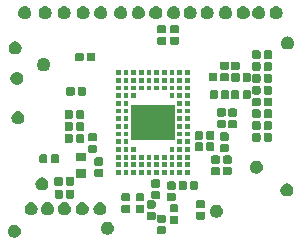
<source format=gbr>
G04 #@! TF.GenerationSoftware,KiCad,Pcbnew,5.0.2+dfsg1-1~bpo9+1*
G04 #@! TF.CreationDate,2019-11-05T12:23:44+01:00*
G04 #@! TF.ProjectId,zglue-jade-adapter,7a676c75-652d-46a6-9164-652d61646170,rev?*
G04 #@! TF.SameCoordinates,Original*
G04 #@! TF.FileFunction,Soldermask,Top*
G04 #@! TF.FilePolarity,Negative*
%FSLAX46Y46*%
G04 Gerber Fmt 4.6, Leading zero omitted, Abs format (unit mm)*
G04 Created by KiCad (PCBNEW 5.0.2+dfsg1-1~bpo9+1) date Tue 05 Nov 2019 12:23:44 PM CET*
%MOMM*%
%LPD*%
G01*
G04 APERTURE LIST*
%ADD10C,0.100000*%
G04 APERTURE END LIST*
D10*
G36*
X925719Y-18654374D02*
X925722Y-18654375D01*
X925721Y-18654375D01*
X1025996Y-18695910D01*
X1116242Y-18756210D01*
X1192990Y-18832958D01*
X1253290Y-18923204D01*
X1253290Y-18923205D01*
X1294826Y-19023481D01*
X1316000Y-19129930D01*
X1316000Y-19238470D01*
X1294826Y-19344919D01*
X1294825Y-19344921D01*
X1253290Y-19445196D01*
X1192990Y-19535442D01*
X1116242Y-19612190D01*
X1025996Y-19672490D01*
X955090Y-19701860D01*
X925719Y-19714026D01*
X819270Y-19735200D01*
X710730Y-19735200D01*
X604281Y-19714026D01*
X574910Y-19701860D01*
X504004Y-19672490D01*
X413758Y-19612190D01*
X337010Y-19535442D01*
X276710Y-19445196D01*
X235175Y-19344921D01*
X235174Y-19344919D01*
X214000Y-19238470D01*
X214000Y-19129930D01*
X235174Y-19023481D01*
X276710Y-18923205D01*
X276710Y-18923204D01*
X337010Y-18832958D01*
X413758Y-18756210D01*
X504004Y-18695910D01*
X604279Y-18654375D01*
X604278Y-18654375D01*
X604281Y-18654374D01*
X710730Y-18633200D01*
X819270Y-18633200D01*
X925719Y-18654374D01*
X925719Y-18654374D01*
G37*
G36*
X8811519Y-18400174D02*
X8811522Y-18400175D01*
X8811521Y-18400175D01*
X8911796Y-18441710D01*
X9002042Y-18502010D01*
X9078790Y-18578758D01*
X9139090Y-18669004D01*
X9139090Y-18669005D01*
X9180626Y-18769281D01*
X9201800Y-18875730D01*
X9201800Y-18984270D01*
X9180626Y-19090719D01*
X9180625Y-19090721D01*
X9139090Y-19190996D01*
X9078790Y-19281242D01*
X9002042Y-19357990D01*
X8911796Y-19418290D01*
X8852336Y-19442919D01*
X8811519Y-19459826D01*
X8705070Y-19481000D01*
X8596530Y-19481000D01*
X8490081Y-19459826D01*
X8449264Y-19442919D01*
X8389804Y-19418290D01*
X8299558Y-19357990D01*
X8222810Y-19281242D01*
X8162510Y-19190996D01*
X8120975Y-19090721D01*
X8120974Y-19090719D01*
X8099800Y-18984270D01*
X8099800Y-18875730D01*
X8120974Y-18769281D01*
X8162510Y-18669005D01*
X8162510Y-18669004D01*
X8222810Y-18578758D01*
X8299558Y-18502010D01*
X8389804Y-18441710D01*
X8490079Y-18400175D01*
X8490078Y-18400175D01*
X8490081Y-18400174D01*
X8596530Y-18379000D01*
X8705070Y-18379000D01*
X8811519Y-18400174D01*
X8811519Y-18400174D01*
G37*
G36*
X13456825Y-18757081D02*
X13484546Y-18765490D01*
X13510089Y-18779143D01*
X13532481Y-18797519D01*
X13550857Y-18819911D01*
X13564510Y-18845454D01*
X13572919Y-18873175D01*
X13576000Y-18904454D01*
X13576000Y-19295546D01*
X13572919Y-19326825D01*
X13564510Y-19354546D01*
X13550857Y-19380089D01*
X13532481Y-19402481D01*
X13510089Y-19420857D01*
X13484546Y-19434510D01*
X13456825Y-19442919D01*
X13425546Y-19446000D01*
X12984454Y-19446000D01*
X12953175Y-19442919D01*
X12925454Y-19434510D01*
X12899911Y-19420857D01*
X12877519Y-19402481D01*
X12859143Y-19380089D01*
X12845490Y-19354546D01*
X12837081Y-19326825D01*
X12834000Y-19295546D01*
X12834000Y-18904454D01*
X12837081Y-18873175D01*
X12845490Y-18845454D01*
X12859143Y-18819911D01*
X12877519Y-18797519D01*
X12899911Y-18779143D01*
X12925454Y-18765490D01*
X12953175Y-18757081D01*
X12984454Y-18754000D01*
X13425546Y-18754000D01*
X13456825Y-18757081D01*
X13456825Y-18757081D01*
G37*
G36*
X14531825Y-17882081D02*
X14559546Y-17890490D01*
X14585089Y-17904143D01*
X14607481Y-17922519D01*
X14625857Y-17944911D01*
X14639510Y-17970454D01*
X14647919Y-17998175D01*
X14651000Y-18029454D01*
X14651000Y-18420546D01*
X14647919Y-18451825D01*
X14639510Y-18479546D01*
X14625857Y-18505089D01*
X14607481Y-18527481D01*
X14585089Y-18545857D01*
X14559546Y-18559510D01*
X14531825Y-18567919D01*
X14500546Y-18571000D01*
X14059454Y-18571000D01*
X14028175Y-18567919D01*
X14000454Y-18559510D01*
X13974911Y-18545857D01*
X13952519Y-18527481D01*
X13934143Y-18505089D01*
X13920490Y-18479546D01*
X13912081Y-18451825D01*
X13909000Y-18420546D01*
X13909000Y-18029454D01*
X13912081Y-17998175D01*
X13920490Y-17970454D01*
X13934143Y-17944911D01*
X13952519Y-17922519D01*
X13974911Y-17904143D01*
X14000454Y-17890490D01*
X14028175Y-17882081D01*
X14059454Y-17879000D01*
X14500546Y-17879000D01*
X14531825Y-17882081D01*
X14531825Y-17882081D01*
G37*
G36*
X13456825Y-17787081D02*
X13484546Y-17795490D01*
X13510089Y-17809143D01*
X13532481Y-17827519D01*
X13550857Y-17849911D01*
X13564510Y-17875454D01*
X13572919Y-17903175D01*
X13576000Y-17934454D01*
X13576000Y-18325546D01*
X13572919Y-18356825D01*
X13564510Y-18384546D01*
X13550857Y-18410089D01*
X13532481Y-18432481D01*
X13510089Y-18450857D01*
X13484546Y-18464510D01*
X13456825Y-18472919D01*
X13425546Y-18476000D01*
X12984454Y-18476000D01*
X12953175Y-18472919D01*
X12925454Y-18464510D01*
X12899911Y-18450857D01*
X12877519Y-18432481D01*
X12859143Y-18410089D01*
X12845490Y-18384546D01*
X12837081Y-18356825D01*
X12834000Y-18325546D01*
X12834000Y-17934454D01*
X12837081Y-17903175D01*
X12845490Y-17875454D01*
X12859143Y-17849911D01*
X12877519Y-17827519D01*
X12899911Y-17809143D01*
X12925454Y-17795490D01*
X12953175Y-17787081D01*
X12984454Y-17784000D01*
X13425546Y-17784000D01*
X13456825Y-17787081D01*
X13456825Y-17787081D01*
G37*
G36*
X12606825Y-17557081D02*
X12634546Y-17565490D01*
X12660089Y-17579143D01*
X12682481Y-17597519D01*
X12700857Y-17619911D01*
X12714510Y-17645454D01*
X12722919Y-17673175D01*
X12726000Y-17704454D01*
X12726000Y-18095546D01*
X12722919Y-18126825D01*
X12714510Y-18154546D01*
X12700857Y-18180089D01*
X12682481Y-18202481D01*
X12660089Y-18220857D01*
X12634546Y-18234510D01*
X12606825Y-18242919D01*
X12575546Y-18246000D01*
X12134454Y-18246000D01*
X12103175Y-18242919D01*
X12075454Y-18234510D01*
X12049911Y-18220857D01*
X12027519Y-18202481D01*
X12009143Y-18180089D01*
X11995490Y-18154546D01*
X11987081Y-18126825D01*
X11984000Y-18095546D01*
X11984000Y-17704454D01*
X11987081Y-17673175D01*
X11995490Y-17645454D01*
X12009143Y-17619911D01*
X12027519Y-17597519D01*
X12049911Y-17579143D01*
X12075454Y-17565490D01*
X12103175Y-17557081D01*
X12134454Y-17554000D01*
X12575546Y-17554000D01*
X12606825Y-17557081D01*
X12606825Y-17557081D01*
G37*
G36*
X16786825Y-17542081D02*
X16814546Y-17550490D01*
X16840089Y-17564143D01*
X16862481Y-17582519D01*
X16880857Y-17604911D01*
X16894510Y-17630454D01*
X16902919Y-17658175D01*
X16906000Y-17689454D01*
X16906000Y-18080546D01*
X16902919Y-18111825D01*
X16894510Y-18139546D01*
X16880857Y-18165089D01*
X16862481Y-18187481D01*
X16840089Y-18205857D01*
X16814546Y-18219510D01*
X16786825Y-18227919D01*
X16755546Y-18231000D01*
X16314454Y-18231000D01*
X16283175Y-18227919D01*
X16255454Y-18219510D01*
X16229911Y-18205857D01*
X16207519Y-18187481D01*
X16189143Y-18165089D01*
X16175490Y-18139546D01*
X16167081Y-18111825D01*
X16164000Y-18080546D01*
X16164000Y-17689454D01*
X16167081Y-17658175D01*
X16175490Y-17630454D01*
X16189143Y-17604911D01*
X16207519Y-17582519D01*
X16229911Y-17564143D01*
X16255454Y-17550490D01*
X16283175Y-17542081D01*
X16314454Y-17539000D01*
X16755546Y-17539000D01*
X16786825Y-17542081D01*
X16786825Y-17542081D01*
G37*
G36*
X18040719Y-16959374D02*
X18040722Y-16959375D01*
X18040721Y-16959375D01*
X18140996Y-17000910D01*
X18231242Y-17061210D01*
X18307990Y-17137958D01*
X18368290Y-17228204D01*
X18397660Y-17299110D01*
X18409826Y-17328481D01*
X18431000Y-17434930D01*
X18431000Y-17543470D01*
X18409826Y-17649919D01*
X18400193Y-17673175D01*
X18368290Y-17750196D01*
X18307990Y-17840442D01*
X18231242Y-17917190D01*
X18140996Y-17977490D01*
X18070090Y-18006860D01*
X18040719Y-18019026D01*
X17934270Y-18040200D01*
X17825730Y-18040200D01*
X17719281Y-18019026D01*
X17689910Y-18006860D01*
X17619004Y-17977490D01*
X17528758Y-17917190D01*
X17452010Y-17840442D01*
X17391710Y-17750196D01*
X17359807Y-17673175D01*
X17350174Y-17649919D01*
X17329000Y-17543470D01*
X17329000Y-17434930D01*
X17350174Y-17328481D01*
X17362340Y-17299110D01*
X17391710Y-17228204D01*
X17452010Y-17137958D01*
X17528758Y-17061210D01*
X17619004Y-17000910D01*
X17719279Y-16959375D01*
X17719278Y-16959375D01*
X17719281Y-16959374D01*
X17825730Y-16938200D01*
X17934270Y-16938200D01*
X18040719Y-16959374D01*
X18040719Y-16959374D01*
G37*
G36*
X3740719Y-16760974D02*
X3740722Y-16760975D01*
X3740721Y-16760975D01*
X3840996Y-16802510D01*
X3931242Y-16862810D01*
X4007990Y-16939558D01*
X4068290Y-17029804D01*
X4083769Y-17067175D01*
X4109826Y-17130081D01*
X4131000Y-17236530D01*
X4131000Y-17345070D01*
X4109826Y-17451519D01*
X4100928Y-17473000D01*
X4068290Y-17551796D01*
X4007990Y-17642042D01*
X3931242Y-17718790D01*
X3840996Y-17779090D01*
X3797349Y-17797169D01*
X3740719Y-17820626D01*
X3634270Y-17841800D01*
X3525730Y-17841800D01*
X3419281Y-17820626D01*
X3362651Y-17797169D01*
X3319004Y-17779090D01*
X3228758Y-17718790D01*
X3152010Y-17642042D01*
X3091710Y-17551796D01*
X3059072Y-17473000D01*
X3050174Y-17451519D01*
X3029000Y-17345070D01*
X3029000Y-17236530D01*
X3050174Y-17130081D01*
X3076231Y-17067175D01*
X3091710Y-17029804D01*
X3152010Y-16939558D01*
X3228758Y-16862810D01*
X3319004Y-16802510D01*
X3419279Y-16760975D01*
X3419278Y-16760975D01*
X3419281Y-16760974D01*
X3525730Y-16739800D01*
X3634270Y-16739800D01*
X3740719Y-16760974D01*
X3740719Y-16760974D01*
G37*
G36*
X2360719Y-16760974D02*
X2360722Y-16760975D01*
X2360721Y-16760975D01*
X2460996Y-16802510D01*
X2551242Y-16862810D01*
X2627990Y-16939558D01*
X2688290Y-17029804D01*
X2703769Y-17067175D01*
X2729826Y-17130081D01*
X2751000Y-17236530D01*
X2751000Y-17345070D01*
X2729826Y-17451519D01*
X2720928Y-17473000D01*
X2688290Y-17551796D01*
X2627990Y-17642042D01*
X2551242Y-17718790D01*
X2460996Y-17779090D01*
X2417349Y-17797169D01*
X2360719Y-17820626D01*
X2254270Y-17841800D01*
X2145730Y-17841800D01*
X2039281Y-17820626D01*
X1982651Y-17797169D01*
X1939004Y-17779090D01*
X1848758Y-17718790D01*
X1772010Y-17642042D01*
X1711710Y-17551796D01*
X1679072Y-17473000D01*
X1670174Y-17451519D01*
X1649000Y-17345070D01*
X1649000Y-17236530D01*
X1670174Y-17130081D01*
X1696231Y-17067175D01*
X1711710Y-17029804D01*
X1772010Y-16939558D01*
X1848758Y-16862810D01*
X1939004Y-16802510D01*
X2039279Y-16760975D01*
X2039278Y-16760975D01*
X2039281Y-16760974D01*
X2145730Y-16739800D01*
X2254270Y-16739800D01*
X2360719Y-16760974D01*
X2360719Y-16760974D01*
G37*
G36*
X6680719Y-16760974D02*
X6680722Y-16760975D01*
X6680721Y-16760975D01*
X6780996Y-16802510D01*
X6871242Y-16862810D01*
X6947990Y-16939558D01*
X7008290Y-17029804D01*
X7023769Y-17067175D01*
X7049826Y-17130081D01*
X7071000Y-17236530D01*
X7071000Y-17345070D01*
X7049826Y-17451519D01*
X7040928Y-17473000D01*
X7008290Y-17551796D01*
X6947990Y-17642042D01*
X6871242Y-17718790D01*
X6780996Y-17779090D01*
X6737349Y-17797169D01*
X6680719Y-17820626D01*
X6574270Y-17841800D01*
X6465730Y-17841800D01*
X6359281Y-17820626D01*
X6302651Y-17797169D01*
X6259004Y-17779090D01*
X6168758Y-17718790D01*
X6092010Y-17642042D01*
X6031710Y-17551796D01*
X5999072Y-17473000D01*
X5990174Y-17451519D01*
X5969000Y-17345070D01*
X5969000Y-17236530D01*
X5990174Y-17130081D01*
X6016231Y-17067175D01*
X6031710Y-17029804D01*
X6092010Y-16939558D01*
X6168758Y-16862810D01*
X6259004Y-16802510D01*
X6359279Y-16760975D01*
X6359278Y-16760975D01*
X6359281Y-16760974D01*
X6465730Y-16739800D01*
X6574270Y-16739800D01*
X6680719Y-16760974D01*
X6680719Y-16760974D01*
G37*
G36*
X8163119Y-16760974D02*
X8163122Y-16760975D01*
X8163121Y-16760975D01*
X8263396Y-16802510D01*
X8353642Y-16862810D01*
X8430390Y-16939558D01*
X8490690Y-17029804D01*
X8506169Y-17067175D01*
X8532226Y-17130081D01*
X8553400Y-17236530D01*
X8553400Y-17345070D01*
X8532226Y-17451519D01*
X8523328Y-17473000D01*
X8490690Y-17551796D01*
X8430390Y-17642042D01*
X8353642Y-17718790D01*
X8263396Y-17779090D01*
X8219749Y-17797169D01*
X8163119Y-17820626D01*
X8056670Y-17841800D01*
X7948130Y-17841800D01*
X7841681Y-17820626D01*
X7785051Y-17797169D01*
X7741404Y-17779090D01*
X7651158Y-17718790D01*
X7574410Y-17642042D01*
X7514110Y-17551796D01*
X7481472Y-17473000D01*
X7472574Y-17451519D01*
X7451400Y-17345070D01*
X7451400Y-17236530D01*
X7472574Y-17130081D01*
X7498631Y-17067175D01*
X7514110Y-17029804D01*
X7574410Y-16939558D01*
X7651158Y-16862810D01*
X7741404Y-16802510D01*
X7841679Y-16760975D01*
X7841678Y-16760975D01*
X7841681Y-16760974D01*
X7948130Y-16739800D01*
X8056670Y-16739800D01*
X8163119Y-16760974D01*
X8163119Y-16760974D01*
G37*
G36*
X5170719Y-16760974D02*
X5170722Y-16760975D01*
X5170721Y-16760975D01*
X5270996Y-16802510D01*
X5361242Y-16862810D01*
X5437990Y-16939558D01*
X5498290Y-17029804D01*
X5513769Y-17067175D01*
X5539826Y-17130081D01*
X5561000Y-17236530D01*
X5561000Y-17345070D01*
X5539826Y-17451519D01*
X5530928Y-17473000D01*
X5498290Y-17551796D01*
X5437990Y-17642042D01*
X5361242Y-17718790D01*
X5270996Y-17779090D01*
X5227349Y-17797169D01*
X5170719Y-17820626D01*
X5064270Y-17841800D01*
X4955730Y-17841800D01*
X4849281Y-17820626D01*
X4792651Y-17797169D01*
X4749004Y-17779090D01*
X4658758Y-17718790D01*
X4582010Y-17642042D01*
X4521710Y-17551796D01*
X4489072Y-17473000D01*
X4480174Y-17451519D01*
X4459000Y-17345070D01*
X4459000Y-17236530D01*
X4480174Y-17130081D01*
X4506231Y-17067175D01*
X4521710Y-17029804D01*
X4582010Y-16939558D01*
X4658758Y-16862810D01*
X4749004Y-16802510D01*
X4849279Y-16760975D01*
X4849278Y-16760975D01*
X4849281Y-16760974D01*
X4955730Y-16739800D01*
X5064270Y-16739800D01*
X5170719Y-16760974D01*
X5170719Y-16760974D01*
G37*
G36*
X10456825Y-16957081D02*
X10484546Y-16965490D01*
X10510089Y-16979143D01*
X10532481Y-16997519D01*
X10550857Y-17019911D01*
X10564510Y-17045454D01*
X10572919Y-17073175D01*
X10576000Y-17104454D01*
X10576000Y-17495546D01*
X10572919Y-17526825D01*
X10564510Y-17554546D01*
X10550857Y-17580089D01*
X10532481Y-17602481D01*
X10510089Y-17620857D01*
X10484546Y-17634510D01*
X10456825Y-17642919D01*
X10425546Y-17646000D01*
X9984454Y-17646000D01*
X9953175Y-17642919D01*
X9925454Y-17634510D01*
X9899911Y-17620857D01*
X9877519Y-17602481D01*
X9859143Y-17580089D01*
X9845490Y-17554546D01*
X9837081Y-17526825D01*
X9834000Y-17495546D01*
X9834000Y-17104454D01*
X9837081Y-17073175D01*
X9845490Y-17045454D01*
X9859143Y-17019911D01*
X9877519Y-16997519D01*
X9899911Y-16979143D01*
X9925454Y-16965490D01*
X9953175Y-16957081D01*
X9984454Y-16954000D01*
X10425546Y-16954000D01*
X10456825Y-16957081D01*
X10456825Y-16957081D01*
G37*
G36*
X11667825Y-16951081D02*
X11695546Y-16959490D01*
X11721089Y-16973143D01*
X11743481Y-16991519D01*
X11761857Y-17013911D01*
X11775510Y-17039454D01*
X11783919Y-17067175D01*
X11787000Y-17098454D01*
X11787000Y-17489546D01*
X11783919Y-17520825D01*
X11775510Y-17548546D01*
X11761857Y-17574089D01*
X11743481Y-17596481D01*
X11721089Y-17614857D01*
X11695546Y-17628510D01*
X11667825Y-17636919D01*
X11636546Y-17640000D01*
X11195454Y-17640000D01*
X11164175Y-17636919D01*
X11136454Y-17628510D01*
X11110911Y-17614857D01*
X11088519Y-17596481D01*
X11070143Y-17574089D01*
X11056490Y-17548546D01*
X11048081Y-17520825D01*
X11045000Y-17489546D01*
X11045000Y-17098454D01*
X11048081Y-17067175D01*
X11056490Y-17039454D01*
X11070143Y-17013911D01*
X11088519Y-16991519D01*
X11110911Y-16973143D01*
X11136454Y-16959490D01*
X11164175Y-16951081D01*
X11195454Y-16948000D01*
X11636546Y-16948000D01*
X11667825Y-16951081D01*
X11667825Y-16951081D01*
G37*
G36*
X14531825Y-16912081D02*
X14559546Y-16920490D01*
X14585089Y-16934143D01*
X14607481Y-16952519D01*
X14625857Y-16974911D01*
X14639510Y-17000454D01*
X14647919Y-17028175D01*
X14651000Y-17059454D01*
X14651000Y-17450546D01*
X14647919Y-17481825D01*
X14639510Y-17509546D01*
X14625857Y-17535089D01*
X14607481Y-17557481D01*
X14585089Y-17575857D01*
X14559546Y-17589510D01*
X14531825Y-17597919D01*
X14500546Y-17601000D01*
X14059454Y-17601000D01*
X14028175Y-17597919D01*
X14000454Y-17589510D01*
X13974911Y-17575857D01*
X13952519Y-17557481D01*
X13934143Y-17535089D01*
X13920490Y-17509546D01*
X13912081Y-17481825D01*
X13909000Y-17450546D01*
X13909000Y-17059454D01*
X13912081Y-17028175D01*
X13920490Y-17000454D01*
X13934143Y-16974911D01*
X13952519Y-16952519D01*
X13974911Y-16934143D01*
X14000454Y-16920490D01*
X14028175Y-16912081D01*
X14059454Y-16909000D01*
X14500546Y-16909000D01*
X14531825Y-16912081D01*
X14531825Y-16912081D01*
G37*
G36*
X12606825Y-16587081D02*
X12634546Y-16595490D01*
X12660089Y-16609143D01*
X12682481Y-16627519D01*
X12700857Y-16649911D01*
X12714510Y-16675454D01*
X12722919Y-16703175D01*
X12726000Y-16734454D01*
X12726000Y-17125546D01*
X12722919Y-17156825D01*
X12714510Y-17184546D01*
X12700857Y-17210089D01*
X12682481Y-17232481D01*
X12660089Y-17250857D01*
X12634546Y-17264510D01*
X12606825Y-17272919D01*
X12575546Y-17276000D01*
X12134454Y-17276000D01*
X12103175Y-17272919D01*
X12075454Y-17264510D01*
X12049911Y-17250857D01*
X12027519Y-17232481D01*
X12009143Y-17210089D01*
X11995490Y-17184546D01*
X11987081Y-17156825D01*
X11984000Y-17125546D01*
X11984000Y-16734454D01*
X11987081Y-16703175D01*
X11995490Y-16675454D01*
X12009143Y-16649911D01*
X12027519Y-16627519D01*
X12049911Y-16609143D01*
X12075454Y-16595490D01*
X12103175Y-16587081D01*
X12134454Y-16584000D01*
X12575546Y-16584000D01*
X12606825Y-16587081D01*
X12606825Y-16587081D01*
G37*
G36*
X16786825Y-16572081D02*
X16814546Y-16580490D01*
X16840089Y-16594143D01*
X16862481Y-16612519D01*
X16880857Y-16634911D01*
X16894510Y-16660454D01*
X16902919Y-16688175D01*
X16906000Y-16719454D01*
X16906000Y-17110546D01*
X16902919Y-17141825D01*
X16894510Y-17169546D01*
X16880857Y-17195089D01*
X16862481Y-17217481D01*
X16840089Y-17235857D01*
X16814546Y-17249510D01*
X16786825Y-17257919D01*
X16755546Y-17261000D01*
X16314454Y-17261000D01*
X16283175Y-17257919D01*
X16255454Y-17249510D01*
X16229911Y-17235857D01*
X16207519Y-17217481D01*
X16189143Y-17195089D01*
X16175490Y-17169546D01*
X16167081Y-17141825D01*
X16164000Y-17110546D01*
X16164000Y-16719454D01*
X16167081Y-16688175D01*
X16175490Y-16660454D01*
X16189143Y-16634911D01*
X16207519Y-16612519D01*
X16229911Y-16594143D01*
X16255454Y-16580490D01*
X16283175Y-16572081D01*
X16314454Y-16569000D01*
X16755546Y-16569000D01*
X16786825Y-16572081D01*
X16786825Y-16572081D01*
G37*
G36*
X10456825Y-15987081D02*
X10484546Y-15995490D01*
X10510089Y-16009143D01*
X10532481Y-16027519D01*
X10550857Y-16049911D01*
X10564510Y-16075454D01*
X10572919Y-16103175D01*
X10576000Y-16134454D01*
X10576000Y-16525546D01*
X10572919Y-16556825D01*
X10564510Y-16584546D01*
X10550857Y-16610089D01*
X10532481Y-16632481D01*
X10510089Y-16650857D01*
X10484546Y-16664510D01*
X10456825Y-16672919D01*
X10425546Y-16676000D01*
X9984454Y-16676000D01*
X9953175Y-16672919D01*
X9925454Y-16664510D01*
X9899911Y-16650857D01*
X9877519Y-16632481D01*
X9859143Y-16610089D01*
X9845490Y-16584546D01*
X9837081Y-16556825D01*
X9834000Y-16525546D01*
X9834000Y-16134454D01*
X9837081Y-16103175D01*
X9845490Y-16075454D01*
X9859143Y-16049911D01*
X9877519Y-16027519D01*
X9899911Y-16009143D01*
X9925454Y-15995490D01*
X9953175Y-15987081D01*
X9984454Y-15984000D01*
X10425546Y-15984000D01*
X10456825Y-15987081D01*
X10456825Y-15987081D01*
G37*
G36*
X11667825Y-15981081D02*
X11695546Y-15989490D01*
X11721089Y-16003143D01*
X11743481Y-16021519D01*
X11761857Y-16043911D01*
X11775510Y-16069454D01*
X11783919Y-16097175D01*
X11787000Y-16128454D01*
X11787000Y-16519546D01*
X11783919Y-16550825D01*
X11775510Y-16578546D01*
X11761857Y-16604089D01*
X11743481Y-16626481D01*
X11721089Y-16644857D01*
X11695546Y-16658510D01*
X11667825Y-16666919D01*
X11636546Y-16670000D01*
X11195454Y-16670000D01*
X11164175Y-16666919D01*
X11136454Y-16658510D01*
X11110911Y-16644857D01*
X11088519Y-16626481D01*
X11070143Y-16604089D01*
X11056490Y-16578546D01*
X11048081Y-16550825D01*
X11045000Y-16519546D01*
X11045000Y-16128454D01*
X11048081Y-16097175D01*
X11056490Y-16069454D01*
X11070143Y-16043911D01*
X11088519Y-16021519D01*
X11110911Y-16003143D01*
X11136454Y-15989490D01*
X11164175Y-15981081D01*
X11195454Y-15978000D01*
X11636546Y-15978000D01*
X11667825Y-15981081D01*
X11667825Y-15981081D01*
G37*
G36*
X14306825Y-15957081D02*
X14334546Y-15965490D01*
X14360089Y-15979143D01*
X14382481Y-15997519D01*
X14400857Y-16019911D01*
X14414510Y-16045454D01*
X14422919Y-16073175D01*
X14426000Y-16104454D01*
X14426000Y-16495546D01*
X14422919Y-16526825D01*
X14414510Y-16554546D01*
X14400857Y-16580089D01*
X14382481Y-16602481D01*
X14360089Y-16620857D01*
X14334546Y-16634510D01*
X14306825Y-16642919D01*
X14275546Y-16646000D01*
X13834454Y-16646000D01*
X13803175Y-16642919D01*
X13775454Y-16634510D01*
X13749911Y-16620857D01*
X13727519Y-16602481D01*
X13709143Y-16580089D01*
X13695490Y-16554546D01*
X13687081Y-16526825D01*
X13684000Y-16495546D01*
X13684000Y-16104454D01*
X13687081Y-16073175D01*
X13695490Y-16045454D01*
X13709143Y-16019911D01*
X13727519Y-15997519D01*
X13749911Y-15979143D01*
X13775454Y-15965490D01*
X13803175Y-15957081D01*
X13834454Y-15954000D01*
X14275546Y-15954000D01*
X14306825Y-15957081D01*
X14306825Y-15957081D01*
G37*
G36*
X12981825Y-15782081D02*
X13009546Y-15790490D01*
X13035089Y-15804143D01*
X13057481Y-15822519D01*
X13075857Y-15844911D01*
X13089510Y-15870454D01*
X13097919Y-15898175D01*
X13101000Y-15929454D01*
X13101000Y-16320546D01*
X13097919Y-16351825D01*
X13089510Y-16379546D01*
X13075857Y-16405089D01*
X13057481Y-16427481D01*
X13035089Y-16445857D01*
X13009546Y-16459510D01*
X12981825Y-16467919D01*
X12950546Y-16471000D01*
X12509454Y-16471000D01*
X12478175Y-16467919D01*
X12450454Y-16459510D01*
X12424911Y-16445857D01*
X12402519Y-16427481D01*
X12384143Y-16405089D01*
X12370490Y-16379546D01*
X12362081Y-16351825D01*
X12359000Y-16320546D01*
X12359000Y-15929454D01*
X12362081Y-15898175D01*
X12370490Y-15870454D01*
X12384143Y-15844911D01*
X12402519Y-15822519D01*
X12424911Y-15804143D01*
X12450454Y-15790490D01*
X12478175Y-15782081D01*
X12509454Y-15779000D01*
X12950546Y-15779000D01*
X12981825Y-15782081D01*
X12981825Y-15782081D01*
G37*
G36*
X4742825Y-15693081D02*
X4770546Y-15701490D01*
X4796089Y-15715143D01*
X4818481Y-15733519D01*
X4836857Y-15755911D01*
X4850510Y-15781454D01*
X4858919Y-15809175D01*
X4862000Y-15840454D01*
X4862000Y-16281546D01*
X4858919Y-16312825D01*
X4850510Y-16340546D01*
X4836857Y-16366089D01*
X4818481Y-16388481D01*
X4796089Y-16406857D01*
X4770546Y-16420510D01*
X4742825Y-16428919D01*
X4711546Y-16432000D01*
X4320454Y-16432000D01*
X4289175Y-16428919D01*
X4261454Y-16420510D01*
X4235911Y-16406857D01*
X4213519Y-16388481D01*
X4195143Y-16366089D01*
X4181490Y-16340546D01*
X4173081Y-16312825D01*
X4170000Y-16281546D01*
X4170000Y-15840454D01*
X4173081Y-15809175D01*
X4181490Y-15781454D01*
X4195143Y-15755911D01*
X4213519Y-15733519D01*
X4235911Y-15715143D01*
X4261454Y-15701490D01*
X4289175Y-15693081D01*
X4320454Y-15690000D01*
X4711546Y-15690000D01*
X4742825Y-15693081D01*
X4742825Y-15693081D01*
G37*
G36*
X5712825Y-15693081D02*
X5740546Y-15701490D01*
X5766089Y-15715143D01*
X5788481Y-15733519D01*
X5806857Y-15755911D01*
X5820510Y-15781454D01*
X5828919Y-15809175D01*
X5832000Y-15840454D01*
X5832000Y-16281546D01*
X5828919Y-16312825D01*
X5820510Y-16340546D01*
X5806857Y-16366089D01*
X5788481Y-16388481D01*
X5766089Y-16406857D01*
X5740546Y-16420510D01*
X5712825Y-16428919D01*
X5681546Y-16432000D01*
X5290454Y-16432000D01*
X5259175Y-16428919D01*
X5231454Y-16420510D01*
X5205911Y-16406857D01*
X5183519Y-16388481D01*
X5165143Y-16366089D01*
X5151490Y-16340546D01*
X5143081Y-16312825D01*
X5140000Y-16281546D01*
X5140000Y-15840454D01*
X5143081Y-15809175D01*
X5151490Y-15781454D01*
X5165143Y-15755911D01*
X5183519Y-15733519D01*
X5205911Y-15715143D01*
X5231454Y-15701490D01*
X5259175Y-15693081D01*
X5290454Y-15690000D01*
X5681546Y-15690000D01*
X5712825Y-15693081D01*
X5712825Y-15693081D01*
G37*
G36*
X23995719Y-15174374D02*
X23995722Y-15174375D01*
X23995721Y-15174375D01*
X24095996Y-15215910D01*
X24186242Y-15276210D01*
X24262990Y-15352958D01*
X24323290Y-15443204D01*
X24347230Y-15501000D01*
X24364826Y-15543481D01*
X24386000Y-15649930D01*
X24386000Y-15758470D01*
X24364826Y-15864919D01*
X24364825Y-15864921D01*
X24323290Y-15965196D01*
X24262990Y-16055442D01*
X24186242Y-16132190D01*
X24095996Y-16192490D01*
X24025090Y-16221860D01*
X23995719Y-16234026D01*
X23889270Y-16255200D01*
X23780730Y-16255200D01*
X23674281Y-16234026D01*
X23644910Y-16221860D01*
X23574004Y-16192490D01*
X23483758Y-16132190D01*
X23407010Y-16055442D01*
X23346710Y-15965196D01*
X23305175Y-15864921D01*
X23305174Y-15864919D01*
X23284000Y-15758470D01*
X23284000Y-15649930D01*
X23305174Y-15543481D01*
X23322770Y-15501000D01*
X23346710Y-15443204D01*
X23407010Y-15352958D01*
X23483758Y-15276210D01*
X23574004Y-15215910D01*
X23674279Y-15174375D01*
X23674278Y-15174375D01*
X23674281Y-15174374D01*
X23780730Y-15153200D01*
X23889270Y-15153200D01*
X23995719Y-15174374D01*
X23995719Y-15174374D01*
G37*
G36*
X3260719Y-14650174D02*
X3290090Y-14662340D01*
X3360996Y-14691710D01*
X3451242Y-14752010D01*
X3527990Y-14828758D01*
X3588290Y-14919004D01*
X3603403Y-14955490D01*
X3629826Y-15019281D01*
X3651000Y-15125730D01*
X3651000Y-15234270D01*
X3629826Y-15340719D01*
X3629825Y-15340721D01*
X3588290Y-15440996D01*
X3527990Y-15531242D01*
X3451242Y-15607990D01*
X3360996Y-15668290D01*
X3325678Y-15682919D01*
X3260719Y-15709826D01*
X3154270Y-15731000D01*
X3045730Y-15731000D01*
X2939281Y-15709826D01*
X2874322Y-15682919D01*
X2839004Y-15668290D01*
X2748758Y-15607990D01*
X2672010Y-15531242D01*
X2611710Y-15440996D01*
X2570175Y-15340721D01*
X2570174Y-15340719D01*
X2549000Y-15234270D01*
X2549000Y-15125730D01*
X2570174Y-15019281D01*
X2596597Y-14955490D01*
X2611710Y-14919004D01*
X2672010Y-14828758D01*
X2748758Y-14752010D01*
X2839004Y-14691710D01*
X2909910Y-14662340D01*
X2939281Y-14650174D01*
X3045730Y-14629000D01*
X3154270Y-14629000D01*
X3260719Y-14650174D01*
X3260719Y-14650174D01*
G37*
G36*
X15246825Y-14947081D02*
X15274546Y-14955490D01*
X15300089Y-14969143D01*
X15322481Y-14987519D01*
X15340857Y-15009911D01*
X15354510Y-15035454D01*
X15362919Y-15063175D01*
X15366000Y-15094454D01*
X15366000Y-15535546D01*
X15362919Y-15566825D01*
X15354510Y-15594546D01*
X15340857Y-15620089D01*
X15322481Y-15642481D01*
X15300089Y-15660857D01*
X15274546Y-15674510D01*
X15246825Y-15682919D01*
X15215546Y-15686000D01*
X14824454Y-15686000D01*
X14793175Y-15682919D01*
X14765454Y-15674510D01*
X14739911Y-15660857D01*
X14717519Y-15642481D01*
X14699143Y-15620089D01*
X14685490Y-15594546D01*
X14677081Y-15566825D01*
X14674000Y-15535546D01*
X14674000Y-15094454D01*
X14677081Y-15063175D01*
X14685490Y-15035454D01*
X14699143Y-15009911D01*
X14717519Y-14987519D01*
X14739911Y-14969143D01*
X14765454Y-14955490D01*
X14793175Y-14947081D01*
X14824454Y-14944000D01*
X15215546Y-14944000D01*
X15246825Y-14947081D01*
X15246825Y-14947081D01*
G37*
G36*
X16216825Y-14947081D02*
X16244546Y-14955490D01*
X16270089Y-14969143D01*
X16292481Y-14987519D01*
X16310857Y-15009911D01*
X16324510Y-15035454D01*
X16332919Y-15063175D01*
X16336000Y-15094454D01*
X16336000Y-15535546D01*
X16332919Y-15566825D01*
X16324510Y-15594546D01*
X16310857Y-15620089D01*
X16292481Y-15642481D01*
X16270089Y-15660857D01*
X16244546Y-15674510D01*
X16216825Y-15682919D01*
X16185546Y-15686000D01*
X15794454Y-15686000D01*
X15763175Y-15682919D01*
X15735454Y-15674510D01*
X15709911Y-15660857D01*
X15687519Y-15642481D01*
X15669143Y-15620089D01*
X15655490Y-15594546D01*
X15647081Y-15566825D01*
X15644000Y-15535546D01*
X15644000Y-15094454D01*
X15647081Y-15063175D01*
X15655490Y-15035454D01*
X15669143Y-15009911D01*
X15687519Y-14987519D01*
X15709911Y-14969143D01*
X15735454Y-14955490D01*
X15763175Y-14947081D01*
X15794454Y-14944000D01*
X16185546Y-14944000D01*
X16216825Y-14947081D01*
X16216825Y-14947081D01*
G37*
G36*
X14306825Y-14987081D02*
X14334546Y-14995490D01*
X14360089Y-15009143D01*
X14382481Y-15027519D01*
X14400857Y-15049911D01*
X14414510Y-15075454D01*
X14422919Y-15103175D01*
X14426000Y-15134454D01*
X14426000Y-15525546D01*
X14422919Y-15556825D01*
X14414510Y-15584546D01*
X14400857Y-15610089D01*
X14382481Y-15632481D01*
X14360089Y-15650857D01*
X14334546Y-15664510D01*
X14306825Y-15672919D01*
X14275546Y-15676000D01*
X13834454Y-15676000D01*
X13803175Y-15672919D01*
X13775454Y-15664510D01*
X13749911Y-15650857D01*
X13727519Y-15632481D01*
X13709143Y-15610089D01*
X13695490Y-15584546D01*
X13687081Y-15556825D01*
X13684000Y-15525546D01*
X13684000Y-15134454D01*
X13687081Y-15103175D01*
X13695490Y-15075454D01*
X13709143Y-15049911D01*
X13727519Y-15027519D01*
X13749911Y-15009143D01*
X13775454Y-14995490D01*
X13803175Y-14987081D01*
X13834454Y-14984000D01*
X14275546Y-14984000D01*
X14306825Y-14987081D01*
X14306825Y-14987081D01*
G37*
G36*
X12981825Y-14812081D02*
X13009546Y-14820490D01*
X13035089Y-14834143D01*
X13057481Y-14852519D01*
X13075857Y-14874911D01*
X13089510Y-14900454D01*
X13097919Y-14928175D01*
X13101000Y-14959454D01*
X13101000Y-15350546D01*
X13097919Y-15381825D01*
X13089510Y-15409546D01*
X13075857Y-15435089D01*
X13057481Y-15457481D01*
X13035089Y-15475857D01*
X13009546Y-15489510D01*
X12981825Y-15497919D01*
X12950546Y-15501000D01*
X12509454Y-15501000D01*
X12478175Y-15497919D01*
X12450454Y-15489510D01*
X12424911Y-15475857D01*
X12402519Y-15457481D01*
X12384143Y-15435089D01*
X12370490Y-15409546D01*
X12362081Y-15381825D01*
X12359000Y-15350546D01*
X12359000Y-14959454D01*
X12362081Y-14928175D01*
X12370490Y-14900454D01*
X12384143Y-14874911D01*
X12402519Y-14852519D01*
X12424911Y-14834143D01*
X12450454Y-14820490D01*
X12478175Y-14812081D01*
X12509454Y-14809000D01*
X12950546Y-14809000D01*
X12981825Y-14812081D01*
X12981825Y-14812081D01*
G37*
G36*
X5702825Y-14603081D02*
X5730546Y-14611490D01*
X5756089Y-14625143D01*
X5778481Y-14643519D01*
X5796857Y-14665911D01*
X5810510Y-14691454D01*
X5818919Y-14719175D01*
X5822000Y-14750454D01*
X5822000Y-15191546D01*
X5818919Y-15222825D01*
X5810510Y-15250546D01*
X5796857Y-15276089D01*
X5778481Y-15298481D01*
X5756089Y-15316857D01*
X5730546Y-15330510D01*
X5702825Y-15338919D01*
X5671546Y-15342000D01*
X5280454Y-15342000D01*
X5249175Y-15338919D01*
X5221454Y-15330510D01*
X5195911Y-15316857D01*
X5173519Y-15298481D01*
X5155143Y-15276089D01*
X5141490Y-15250546D01*
X5133081Y-15222825D01*
X5130000Y-15191546D01*
X5130000Y-14750454D01*
X5133081Y-14719175D01*
X5141490Y-14691454D01*
X5155143Y-14665911D01*
X5173519Y-14643519D01*
X5195911Y-14625143D01*
X5221454Y-14611490D01*
X5249175Y-14603081D01*
X5280454Y-14600000D01*
X5671546Y-14600000D01*
X5702825Y-14603081D01*
X5702825Y-14603081D01*
G37*
G36*
X4732825Y-14603081D02*
X4760546Y-14611490D01*
X4786089Y-14625143D01*
X4808481Y-14643519D01*
X4826857Y-14665911D01*
X4840510Y-14691454D01*
X4848919Y-14719175D01*
X4852000Y-14750454D01*
X4852000Y-15191546D01*
X4848919Y-15222825D01*
X4840510Y-15250546D01*
X4826857Y-15276089D01*
X4808481Y-15298481D01*
X4786089Y-15316857D01*
X4760546Y-15330510D01*
X4732825Y-15338919D01*
X4701546Y-15342000D01*
X4310454Y-15342000D01*
X4279175Y-15338919D01*
X4251454Y-15330510D01*
X4225911Y-15316857D01*
X4203519Y-15298481D01*
X4185143Y-15276089D01*
X4171490Y-15250546D01*
X4163081Y-15222825D01*
X4160000Y-15191546D01*
X4160000Y-14750454D01*
X4163081Y-14719175D01*
X4171490Y-14691454D01*
X4185143Y-14665911D01*
X4203519Y-14643519D01*
X4225911Y-14625143D01*
X4251454Y-14611490D01*
X4279175Y-14603081D01*
X4310454Y-14600000D01*
X4701546Y-14600000D01*
X4732825Y-14603081D01*
X4732825Y-14603081D01*
G37*
G36*
X6866000Y-14666000D02*
X5964000Y-14666000D01*
X5964000Y-13964000D01*
X6866000Y-13964000D01*
X6866000Y-14666000D01*
X6866000Y-14666000D01*
G37*
G36*
X8163825Y-13922081D02*
X8191546Y-13930490D01*
X8217089Y-13944143D01*
X8239481Y-13962519D01*
X8257857Y-13984911D01*
X8271510Y-14010454D01*
X8279919Y-14038175D01*
X8283000Y-14069454D01*
X8283000Y-14460546D01*
X8279919Y-14491825D01*
X8271510Y-14519546D01*
X8257857Y-14545089D01*
X8239481Y-14567481D01*
X8217089Y-14585857D01*
X8191546Y-14599510D01*
X8163825Y-14607919D01*
X8132546Y-14611000D01*
X7691454Y-14611000D01*
X7660175Y-14607919D01*
X7632454Y-14599510D01*
X7606911Y-14585857D01*
X7584519Y-14567481D01*
X7566143Y-14545089D01*
X7552490Y-14519546D01*
X7544081Y-14491825D01*
X7541000Y-14460546D01*
X7541000Y-14069454D01*
X7544081Y-14038175D01*
X7552490Y-14010454D01*
X7566143Y-13984911D01*
X7584519Y-13962519D01*
X7606911Y-13944143D01*
X7632454Y-13930490D01*
X7660175Y-13922081D01*
X7691454Y-13919000D01*
X8132546Y-13919000D01*
X8163825Y-13922081D01*
X8163825Y-13922081D01*
G37*
G36*
X18056825Y-13757081D02*
X18084546Y-13765490D01*
X18110089Y-13779143D01*
X18132481Y-13797519D01*
X18150857Y-13819911D01*
X18164510Y-13845454D01*
X18172919Y-13873175D01*
X18176000Y-13904454D01*
X18176000Y-14295546D01*
X18172919Y-14326825D01*
X18164510Y-14354546D01*
X18150857Y-14380089D01*
X18132481Y-14402481D01*
X18110089Y-14420857D01*
X18084546Y-14434510D01*
X18056825Y-14442919D01*
X18025546Y-14446000D01*
X17584454Y-14446000D01*
X17553175Y-14442919D01*
X17525454Y-14434510D01*
X17499911Y-14420857D01*
X17477519Y-14402481D01*
X17459143Y-14380089D01*
X17445490Y-14354546D01*
X17437081Y-14326825D01*
X17434000Y-14295546D01*
X17434000Y-13904454D01*
X17437081Y-13873175D01*
X17445490Y-13845454D01*
X17459143Y-13819911D01*
X17477519Y-13797519D01*
X17499911Y-13779143D01*
X17525454Y-13765490D01*
X17553175Y-13757081D01*
X17584454Y-13754000D01*
X18025546Y-13754000D01*
X18056825Y-13757081D01*
X18056825Y-13757081D01*
G37*
G36*
X19056825Y-13757081D02*
X19084546Y-13765490D01*
X19110089Y-13779143D01*
X19132481Y-13797519D01*
X19150857Y-13819911D01*
X19164510Y-13845454D01*
X19172919Y-13873175D01*
X19176000Y-13904454D01*
X19176000Y-14295546D01*
X19172919Y-14326825D01*
X19164510Y-14354546D01*
X19150857Y-14380089D01*
X19132481Y-14402481D01*
X19110089Y-14420857D01*
X19084546Y-14434510D01*
X19056825Y-14442919D01*
X19025546Y-14446000D01*
X18584454Y-14446000D01*
X18553175Y-14442919D01*
X18525454Y-14434510D01*
X18499911Y-14420857D01*
X18477519Y-14402481D01*
X18459143Y-14380089D01*
X18445490Y-14354546D01*
X18437081Y-14326825D01*
X18434000Y-14295546D01*
X18434000Y-13904454D01*
X18437081Y-13873175D01*
X18445490Y-13845454D01*
X18459143Y-13819911D01*
X18477519Y-13797519D01*
X18499911Y-13779143D01*
X18525454Y-13765490D01*
X18553175Y-13757081D01*
X18584454Y-13754000D01*
X19025546Y-13754000D01*
X19056825Y-13757081D01*
X19056825Y-13757081D01*
G37*
G36*
X14326000Y-14426000D02*
X13924000Y-14426000D01*
X13924000Y-14024000D01*
X14326000Y-14024000D01*
X14326000Y-14426000D01*
X14326000Y-14426000D01*
G37*
G36*
X10426000Y-14426000D02*
X10024000Y-14426000D01*
X10024000Y-14024000D01*
X10426000Y-14024000D01*
X10426000Y-14426000D01*
X10426000Y-14426000D01*
G37*
G36*
X11076000Y-14426000D02*
X10674000Y-14426000D01*
X10674000Y-14024000D01*
X11076000Y-14024000D01*
X11076000Y-14426000D01*
X11076000Y-14426000D01*
G37*
G36*
X11726000Y-14426000D02*
X11324000Y-14426000D01*
X11324000Y-14024000D01*
X11726000Y-14024000D01*
X11726000Y-14426000D01*
X11726000Y-14426000D01*
G37*
G36*
X12376000Y-14426000D02*
X11974000Y-14426000D01*
X11974000Y-14024000D01*
X12376000Y-14024000D01*
X12376000Y-14426000D01*
X12376000Y-14426000D01*
G37*
G36*
X13026000Y-14426000D02*
X12624000Y-14426000D01*
X12624000Y-14024000D01*
X13026000Y-14024000D01*
X13026000Y-14426000D01*
X13026000Y-14426000D01*
G37*
G36*
X13676000Y-14426000D02*
X13274000Y-14426000D01*
X13274000Y-14024000D01*
X13676000Y-14024000D01*
X13676000Y-14426000D01*
X13676000Y-14426000D01*
G37*
G36*
X14976000Y-14426000D02*
X14574000Y-14426000D01*
X14574000Y-14024000D01*
X14976000Y-14024000D01*
X14976000Y-14426000D01*
X14976000Y-14426000D01*
G37*
G36*
X15626000Y-14426000D02*
X15224000Y-14426000D01*
X15224000Y-14024000D01*
X15626000Y-14024000D01*
X15626000Y-14426000D01*
X15626000Y-14426000D01*
G37*
G36*
X9776000Y-14426000D02*
X9374000Y-14426000D01*
X9374000Y-14024000D01*
X9776000Y-14024000D01*
X9776000Y-14426000D01*
X9776000Y-14426000D01*
G37*
G36*
X21425719Y-13235174D02*
X21425722Y-13235175D01*
X21425721Y-13235175D01*
X21525996Y-13276710D01*
X21616242Y-13337010D01*
X21692990Y-13413758D01*
X21753290Y-13504004D01*
X21765799Y-13534204D01*
X21794826Y-13604281D01*
X21816000Y-13710730D01*
X21816000Y-13819270D01*
X21794826Y-13925719D01*
X21794825Y-13925721D01*
X21753290Y-14025996D01*
X21692990Y-14116242D01*
X21616242Y-14192990D01*
X21525996Y-14253290D01*
X21455090Y-14282660D01*
X21425719Y-14294826D01*
X21319270Y-14316000D01*
X21210730Y-14316000D01*
X21104281Y-14294826D01*
X21074910Y-14282660D01*
X21004004Y-14253290D01*
X20913758Y-14192990D01*
X20837010Y-14116242D01*
X20776710Y-14025996D01*
X20735175Y-13925721D01*
X20735174Y-13925719D01*
X20714000Y-13819270D01*
X20714000Y-13710730D01*
X20735174Y-13604281D01*
X20764201Y-13534204D01*
X20776710Y-13504004D01*
X20837010Y-13413758D01*
X20913758Y-13337010D01*
X21004004Y-13276710D01*
X21104279Y-13235175D01*
X21104278Y-13235175D01*
X21104281Y-13235174D01*
X21210730Y-13214000D01*
X21319270Y-13214000D01*
X21425719Y-13235174D01*
X21425719Y-13235174D01*
G37*
G36*
X9776000Y-13776000D02*
X9374000Y-13776000D01*
X9374000Y-13374000D01*
X9776000Y-13374000D01*
X9776000Y-13776000D01*
X9776000Y-13776000D01*
G37*
G36*
X13026000Y-13776000D02*
X12624000Y-13776000D01*
X12624000Y-13374000D01*
X13026000Y-13374000D01*
X13026000Y-13776000D01*
X13026000Y-13776000D01*
G37*
G36*
X10426000Y-13776000D02*
X10024000Y-13776000D01*
X10024000Y-13374000D01*
X10426000Y-13374000D01*
X10426000Y-13776000D01*
X10426000Y-13776000D01*
G37*
G36*
X11726000Y-13776000D02*
X11324000Y-13776000D01*
X11324000Y-13374000D01*
X11726000Y-13374000D01*
X11726000Y-13776000D01*
X11726000Y-13776000D01*
G37*
G36*
X11076000Y-13776000D02*
X10674000Y-13776000D01*
X10674000Y-13374000D01*
X11076000Y-13374000D01*
X11076000Y-13776000D01*
X11076000Y-13776000D01*
G37*
G36*
X12376000Y-13776000D02*
X11974000Y-13776000D01*
X11974000Y-13374000D01*
X12376000Y-13374000D01*
X12376000Y-13776000D01*
X12376000Y-13776000D01*
G37*
G36*
X13676000Y-13776000D02*
X13274000Y-13776000D01*
X13274000Y-13374000D01*
X13676000Y-13374000D01*
X13676000Y-13776000D01*
X13676000Y-13776000D01*
G37*
G36*
X15626000Y-13776000D02*
X15224000Y-13776000D01*
X15224000Y-13374000D01*
X15626000Y-13374000D01*
X15626000Y-13776000D01*
X15626000Y-13776000D01*
G37*
G36*
X14326000Y-13776000D02*
X13924000Y-13776000D01*
X13924000Y-13374000D01*
X14326000Y-13374000D01*
X14326000Y-13776000D01*
X14326000Y-13776000D01*
G37*
G36*
X14976000Y-13776000D02*
X14574000Y-13776000D01*
X14574000Y-13374000D01*
X14976000Y-13374000D01*
X14976000Y-13776000D01*
X14976000Y-13776000D01*
G37*
G36*
X8163825Y-12952081D02*
X8191546Y-12960490D01*
X8217089Y-12974143D01*
X8239481Y-12992519D01*
X8257857Y-13014911D01*
X8271510Y-13040454D01*
X8279919Y-13068175D01*
X8283000Y-13099454D01*
X8283000Y-13490546D01*
X8279919Y-13521825D01*
X8271510Y-13549546D01*
X8257857Y-13575089D01*
X8239481Y-13597481D01*
X8217089Y-13615857D01*
X8191546Y-13629510D01*
X8163825Y-13637919D01*
X8132546Y-13641000D01*
X7691454Y-13641000D01*
X7660175Y-13637919D01*
X7632454Y-13629510D01*
X7606911Y-13615857D01*
X7584519Y-13597481D01*
X7566143Y-13575089D01*
X7552490Y-13549546D01*
X7544081Y-13521825D01*
X7541000Y-13490546D01*
X7541000Y-13099454D01*
X7544081Y-13068175D01*
X7552490Y-13040454D01*
X7566143Y-13014911D01*
X7584519Y-12992519D01*
X7606911Y-12974143D01*
X7632454Y-12960490D01*
X7660175Y-12952081D01*
X7691454Y-12949000D01*
X8132546Y-12949000D01*
X8163825Y-12952081D01*
X8163825Y-12952081D01*
G37*
G36*
X18056825Y-12787081D02*
X18084546Y-12795490D01*
X18110089Y-12809143D01*
X18132481Y-12827519D01*
X18150857Y-12849911D01*
X18164510Y-12875454D01*
X18172919Y-12903175D01*
X18176000Y-12934454D01*
X18176000Y-13325546D01*
X18172919Y-13356825D01*
X18164510Y-13384546D01*
X18150857Y-13410089D01*
X18132481Y-13432481D01*
X18110089Y-13450857D01*
X18084546Y-13464510D01*
X18056825Y-13472919D01*
X18025546Y-13476000D01*
X17584454Y-13476000D01*
X17553175Y-13472919D01*
X17525454Y-13464510D01*
X17499911Y-13450857D01*
X17477519Y-13432481D01*
X17459143Y-13410089D01*
X17445490Y-13384546D01*
X17437081Y-13356825D01*
X17434000Y-13325546D01*
X17434000Y-12934454D01*
X17437081Y-12903175D01*
X17445490Y-12875454D01*
X17459143Y-12849911D01*
X17477519Y-12827519D01*
X17499911Y-12809143D01*
X17525454Y-12795490D01*
X17553175Y-12787081D01*
X17584454Y-12784000D01*
X18025546Y-12784000D01*
X18056825Y-12787081D01*
X18056825Y-12787081D01*
G37*
G36*
X19056825Y-12787081D02*
X19084546Y-12795490D01*
X19110089Y-12809143D01*
X19132481Y-12827519D01*
X19150857Y-12849911D01*
X19164510Y-12875454D01*
X19172919Y-12903175D01*
X19176000Y-12934454D01*
X19176000Y-13325546D01*
X19172919Y-13356825D01*
X19164510Y-13384546D01*
X19150857Y-13410089D01*
X19132481Y-13432481D01*
X19110089Y-13450857D01*
X19084546Y-13464510D01*
X19056825Y-13472919D01*
X19025546Y-13476000D01*
X18584454Y-13476000D01*
X18553175Y-13472919D01*
X18525454Y-13464510D01*
X18499911Y-13450857D01*
X18477519Y-13432481D01*
X18459143Y-13410089D01*
X18445490Y-13384546D01*
X18437081Y-13356825D01*
X18434000Y-13325546D01*
X18434000Y-12934454D01*
X18437081Y-12903175D01*
X18445490Y-12875454D01*
X18459143Y-12849911D01*
X18477519Y-12827519D01*
X18499911Y-12809143D01*
X18525454Y-12795490D01*
X18553175Y-12787081D01*
X18584454Y-12784000D01*
X19025546Y-12784000D01*
X19056825Y-12787081D01*
X19056825Y-12787081D01*
G37*
G36*
X4426825Y-12697081D02*
X4454546Y-12705490D01*
X4480089Y-12719143D01*
X4502481Y-12737519D01*
X4520857Y-12759911D01*
X4534510Y-12785454D01*
X4542919Y-12813175D01*
X4546000Y-12844454D01*
X4546000Y-13285546D01*
X4542919Y-13316825D01*
X4534510Y-13344546D01*
X4520857Y-13370089D01*
X4502481Y-13392481D01*
X4480089Y-13410857D01*
X4454546Y-13424510D01*
X4426825Y-13432919D01*
X4395546Y-13436000D01*
X4004454Y-13436000D01*
X3973175Y-13432919D01*
X3945454Y-13424510D01*
X3919911Y-13410857D01*
X3897519Y-13392481D01*
X3879143Y-13370089D01*
X3865490Y-13344546D01*
X3857081Y-13316825D01*
X3854000Y-13285546D01*
X3854000Y-12844454D01*
X3857081Y-12813175D01*
X3865490Y-12785454D01*
X3879143Y-12759911D01*
X3897519Y-12737519D01*
X3919911Y-12719143D01*
X3945454Y-12705490D01*
X3973175Y-12697081D01*
X4004454Y-12694000D01*
X4395546Y-12694000D01*
X4426825Y-12697081D01*
X4426825Y-12697081D01*
G37*
G36*
X3456825Y-12697081D02*
X3484546Y-12705490D01*
X3510089Y-12719143D01*
X3532481Y-12737519D01*
X3550857Y-12759911D01*
X3564510Y-12785454D01*
X3572919Y-12813175D01*
X3576000Y-12844454D01*
X3576000Y-13285546D01*
X3572919Y-13316825D01*
X3564510Y-13344546D01*
X3550857Y-13370089D01*
X3532481Y-13392481D01*
X3510089Y-13410857D01*
X3484546Y-13424510D01*
X3456825Y-13432919D01*
X3425546Y-13436000D01*
X3034454Y-13436000D01*
X3003175Y-13432919D01*
X2975454Y-13424510D01*
X2949911Y-13410857D01*
X2927519Y-13392481D01*
X2909143Y-13370089D01*
X2895490Y-13344546D01*
X2887081Y-13316825D01*
X2884000Y-13285546D01*
X2884000Y-12844454D01*
X2887081Y-12813175D01*
X2895490Y-12785454D01*
X2909143Y-12759911D01*
X2927519Y-12737519D01*
X2949911Y-12719143D01*
X2975454Y-12705490D01*
X3003175Y-12697081D01*
X3034454Y-12694000D01*
X3425546Y-12694000D01*
X3456825Y-12697081D01*
X3456825Y-12697081D01*
G37*
G36*
X6866000Y-13266000D02*
X5964000Y-13266000D01*
X5964000Y-12564000D01*
X6866000Y-12564000D01*
X6866000Y-13266000D01*
X6866000Y-13266000D01*
G37*
G36*
X13676000Y-13126000D02*
X13274000Y-13126000D01*
X13274000Y-12724000D01*
X13676000Y-12724000D01*
X13676000Y-13126000D01*
X13676000Y-13126000D01*
G37*
G36*
X14326000Y-13126000D02*
X13924000Y-13126000D01*
X13924000Y-12724000D01*
X14326000Y-12724000D01*
X14326000Y-13126000D01*
X14326000Y-13126000D01*
G37*
G36*
X15626000Y-13126000D02*
X15224000Y-13126000D01*
X15224000Y-12724000D01*
X15626000Y-12724000D01*
X15626000Y-13126000D01*
X15626000Y-13126000D01*
G37*
G36*
X14976000Y-13126000D02*
X14574000Y-13126000D01*
X14574000Y-12724000D01*
X14976000Y-12724000D01*
X14976000Y-13126000D01*
X14976000Y-13126000D01*
G37*
G36*
X12376000Y-13126000D02*
X11974000Y-13126000D01*
X11974000Y-12724000D01*
X12376000Y-12724000D01*
X12376000Y-13126000D01*
X12376000Y-13126000D01*
G37*
G36*
X11726000Y-13126000D02*
X11324000Y-13126000D01*
X11324000Y-12724000D01*
X11726000Y-12724000D01*
X11726000Y-13126000D01*
X11726000Y-13126000D01*
G37*
G36*
X11076000Y-13126000D02*
X10674000Y-13126000D01*
X10674000Y-12724000D01*
X11076000Y-12724000D01*
X11076000Y-13126000D01*
X11076000Y-13126000D01*
G37*
G36*
X9776000Y-13126000D02*
X9374000Y-13126000D01*
X9374000Y-12724000D01*
X9776000Y-12724000D01*
X9776000Y-13126000D01*
X9776000Y-13126000D01*
G37*
G36*
X10426000Y-13126000D02*
X10024000Y-13126000D01*
X10024000Y-12724000D01*
X10426000Y-12724000D01*
X10426000Y-13126000D01*
X10426000Y-13126000D01*
G37*
G36*
X13026000Y-13126000D02*
X12624000Y-13126000D01*
X12624000Y-12724000D01*
X13026000Y-12724000D01*
X13026000Y-13126000D01*
X13026000Y-13126000D01*
G37*
G36*
X7628825Y-11878081D02*
X7656546Y-11886490D01*
X7682089Y-11900143D01*
X7704481Y-11918519D01*
X7722857Y-11940911D01*
X7736510Y-11966454D01*
X7744919Y-11994175D01*
X7748000Y-12025454D01*
X7748000Y-12416546D01*
X7744919Y-12447825D01*
X7736510Y-12475546D01*
X7722857Y-12501089D01*
X7704481Y-12523481D01*
X7682089Y-12541857D01*
X7656546Y-12555510D01*
X7628825Y-12563919D01*
X7597546Y-12567000D01*
X7156454Y-12567000D01*
X7125175Y-12563919D01*
X7097454Y-12555510D01*
X7071911Y-12541857D01*
X7049519Y-12523481D01*
X7031143Y-12501089D01*
X7017490Y-12475546D01*
X7009081Y-12447825D01*
X7006000Y-12416546D01*
X7006000Y-12025454D01*
X7009081Y-11994175D01*
X7017490Y-11966454D01*
X7031143Y-11940911D01*
X7049519Y-11918519D01*
X7071911Y-11900143D01*
X7097454Y-11886490D01*
X7125175Y-11878081D01*
X7156454Y-11875000D01*
X7597546Y-11875000D01*
X7628825Y-11878081D01*
X7628825Y-11878081D01*
G37*
G36*
X18806825Y-11807081D02*
X18834546Y-11815490D01*
X18860089Y-11829143D01*
X18882481Y-11847519D01*
X18900857Y-11869911D01*
X18914510Y-11895454D01*
X18922919Y-11923175D01*
X18926000Y-11954454D01*
X18926000Y-12345546D01*
X18922919Y-12376825D01*
X18914510Y-12404546D01*
X18900857Y-12430089D01*
X18882481Y-12452481D01*
X18860089Y-12470857D01*
X18834546Y-12484510D01*
X18806825Y-12492919D01*
X18775546Y-12496000D01*
X18334454Y-12496000D01*
X18303175Y-12492919D01*
X18275454Y-12484510D01*
X18249911Y-12470857D01*
X18227519Y-12452481D01*
X18209143Y-12430089D01*
X18195490Y-12404546D01*
X18187081Y-12376825D01*
X18184000Y-12345546D01*
X18184000Y-11954454D01*
X18187081Y-11923175D01*
X18195490Y-11895454D01*
X18209143Y-11869911D01*
X18227519Y-11847519D01*
X18249911Y-11829143D01*
X18275454Y-11815490D01*
X18303175Y-11807081D01*
X18334454Y-11804000D01*
X18775546Y-11804000D01*
X18806825Y-11807081D01*
X18806825Y-11807081D01*
G37*
G36*
X14976000Y-12476000D02*
X14574000Y-12476000D01*
X14574000Y-12074000D01*
X14976000Y-12074000D01*
X14976000Y-12476000D01*
X14976000Y-12476000D01*
G37*
G36*
X10426000Y-12476000D02*
X10024000Y-12476000D01*
X10024000Y-12074000D01*
X10426000Y-12074000D01*
X10426000Y-12476000D01*
X10426000Y-12476000D01*
G37*
G36*
X9776000Y-12476000D02*
X9374000Y-12476000D01*
X9374000Y-12074000D01*
X9776000Y-12074000D01*
X9776000Y-12476000D01*
X9776000Y-12476000D01*
G37*
G36*
X11076000Y-12476000D02*
X10674000Y-12476000D01*
X10674000Y-12074000D01*
X11076000Y-12074000D01*
X11076000Y-12476000D01*
X11076000Y-12476000D01*
G37*
G36*
X15626000Y-12476000D02*
X15224000Y-12476000D01*
X15224000Y-12074000D01*
X15626000Y-12074000D01*
X15626000Y-12476000D01*
X15626000Y-12476000D01*
G37*
G36*
X14326000Y-12476000D02*
X13924000Y-12476000D01*
X13924000Y-12074000D01*
X14326000Y-12074000D01*
X14326000Y-12476000D01*
X14326000Y-12476000D01*
G37*
G36*
X17591825Y-11672081D02*
X17619546Y-11680490D01*
X17645089Y-11694143D01*
X17667481Y-11712519D01*
X17685857Y-11734911D01*
X17699510Y-11760454D01*
X17707919Y-11788175D01*
X17711000Y-11819454D01*
X17711000Y-12260546D01*
X17707919Y-12291825D01*
X17699510Y-12319546D01*
X17685857Y-12345089D01*
X17667481Y-12367481D01*
X17645089Y-12385857D01*
X17619546Y-12399510D01*
X17591825Y-12407919D01*
X17560546Y-12411000D01*
X17169454Y-12411000D01*
X17138175Y-12407919D01*
X17110454Y-12399510D01*
X17084911Y-12385857D01*
X17062519Y-12367481D01*
X17044143Y-12345089D01*
X17030490Y-12319546D01*
X17022081Y-12291825D01*
X17019000Y-12260546D01*
X17019000Y-11819454D01*
X17022081Y-11788175D01*
X17030490Y-11760454D01*
X17044143Y-11734911D01*
X17062519Y-11712519D01*
X17084911Y-11694143D01*
X17110454Y-11680490D01*
X17138175Y-11672081D01*
X17169454Y-11669000D01*
X17560546Y-11669000D01*
X17591825Y-11672081D01*
X17591825Y-11672081D01*
G37*
G36*
X16621825Y-11672081D02*
X16649546Y-11680490D01*
X16675089Y-11694143D01*
X16697481Y-11712519D01*
X16715857Y-11734911D01*
X16729510Y-11760454D01*
X16737919Y-11788175D01*
X16741000Y-11819454D01*
X16741000Y-12260546D01*
X16737919Y-12291825D01*
X16729510Y-12319546D01*
X16715857Y-12345089D01*
X16697481Y-12367481D01*
X16675089Y-12385857D01*
X16649546Y-12399510D01*
X16621825Y-12407919D01*
X16590546Y-12411000D01*
X16199454Y-12411000D01*
X16168175Y-12407919D01*
X16140454Y-12399510D01*
X16114911Y-12385857D01*
X16092519Y-12367481D01*
X16074143Y-12345089D01*
X16060490Y-12319546D01*
X16052081Y-12291825D01*
X16049000Y-12260546D01*
X16049000Y-11819454D01*
X16052081Y-11788175D01*
X16060490Y-11760454D01*
X16074143Y-11734911D01*
X16092519Y-11712519D01*
X16114911Y-11694143D01*
X16140454Y-11680490D01*
X16168175Y-11672081D01*
X16199454Y-11669000D01*
X16590546Y-11669000D01*
X16621825Y-11672081D01*
X16621825Y-11672081D01*
G37*
G36*
X15626000Y-11826000D02*
X15224000Y-11826000D01*
X15224000Y-11424000D01*
X15626000Y-11424000D01*
X15626000Y-11826000D01*
X15626000Y-11826000D01*
G37*
G36*
X9776000Y-11826000D02*
X9374000Y-11826000D01*
X9374000Y-11424000D01*
X9776000Y-11424000D01*
X9776000Y-11826000D01*
X9776000Y-11826000D01*
G37*
G36*
X10426000Y-11826000D02*
X10024000Y-11826000D01*
X10024000Y-11424000D01*
X10426000Y-11424000D01*
X10426000Y-11826000D01*
X10426000Y-11826000D01*
G37*
G36*
X14976000Y-11826000D02*
X14574000Y-11826000D01*
X14574000Y-11424000D01*
X14976000Y-11424000D01*
X14976000Y-11826000D01*
X14976000Y-11826000D01*
G37*
G36*
X5593825Y-10971081D02*
X5621546Y-10979490D01*
X5647089Y-10993143D01*
X5669481Y-11011519D01*
X5687857Y-11033911D01*
X5701510Y-11059454D01*
X5709919Y-11087175D01*
X5713000Y-11118454D01*
X5713000Y-11559546D01*
X5709919Y-11590825D01*
X5701510Y-11618546D01*
X5687857Y-11644089D01*
X5669481Y-11666481D01*
X5647089Y-11684857D01*
X5621546Y-11698510D01*
X5593825Y-11706919D01*
X5562546Y-11710000D01*
X5171454Y-11710000D01*
X5140175Y-11706919D01*
X5112454Y-11698510D01*
X5086911Y-11684857D01*
X5064519Y-11666481D01*
X5046143Y-11644089D01*
X5032490Y-11618546D01*
X5024081Y-11590825D01*
X5021000Y-11559546D01*
X5021000Y-11118454D01*
X5024081Y-11087175D01*
X5032490Y-11059454D01*
X5046143Y-11033911D01*
X5064519Y-11011519D01*
X5086911Y-10993143D01*
X5112454Y-10979490D01*
X5140175Y-10971081D01*
X5171454Y-10968000D01*
X5562546Y-10968000D01*
X5593825Y-10971081D01*
X5593825Y-10971081D01*
G37*
G36*
X6563825Y-10971081D02*
X6591546Y-10979490D01*
X6617089Y-10993143D01*
X6639481Y-11011519D01*
X6657857Y-11033911D01*
X6671510Y-11059454D01*
X6679919Y-11087175D01*
X6683000Y-11118454D01*
X6683000Y-11559546D01*
X6679919Y-11590825D01*
X6671510Y-11618546D01*
X6657857Y-11644089D01*
X6639481Y-11666481D01*
X6617089Y-11684857D01*
X6591546Y-11698510D01*
X6563825Y-11706919D01*
X6532546Y-11710000D01*
X6141454Y-11710000D01*
X6110175Y-11706919D01*
X6082454Y-11698510D01*
X6056911Y-11684857D01*
X6034519Y-11666481D01*
X6016143Y-11644089D01*
X6002490Y-11618546D01*
X5994081Y-11590825D01*
X5991000Y-11559546D01*
X5991000Y-11118454D01*
X5994081Y-11087175D01*
X6002490Y-11059454D01*
X6016143Y-11033911D01*
X6034519Y-11011519D01*
X6056911Y-10993143D01*
X6082454Y-10979490D01*
X6110175Y-10971081D01*
X6141454Y-10968000D01*
X6532546Y-10968000D01*
X6563825Y-10971081D01*
X6563825Y-10971081D01*
G37*
G36*
X22461825Y-10882081D02*
X22489546Y-10890490D01*
X22515089Y-10904143D01*
X22537481Y-10922519D01*
X22555857Y-10944911D01*
X22569510Y-10970454D01*
X22577919Y-10998175D01*
X22581000Y-11029454D01*
X22581000Y-11470546D01*
X22577919Y-11501825D01*
X22569510Y-11529546D01*
X22555857Y-11555089D01*
X22537481Y-11577481D01*
X22515089Y-11595857D01*
X22489546Y-11609510D01*
X22461825Y-11617919D01*
X22430546Y-11621000D01*
X22039454Y-11621000D01*
X22008175Y-11617919D01*
X21980454Y-11609510D01*
X21954911Y-11595857D01*
X21932519Y-11577481D01*
X21914143Y-11555089D01*
X21900490Y-11529546D01*
X21892081Y-11501825D01*
X21889000Y-11470546D01*
X21889000Y-11029454D01*
X21892081Y-10998175D01*
X21900490Y-10970454D01*
X21914143Y-10944911D01*
X21932519Y-10922519D01*
X21954911Y-10904143D01*
X21980454Y-10890490D01*
X22008175Y-10882081D01*
X22039454Y-10879000D01*
X22430546Y-10879000D01*
X22461825Y-10882081D01*
X22461825Y-10882081D01*
G37*
G36*
X21491825Y-10882081D02*
X21519546Y-10890490D01*
X21545089Y-10904143D01*
X21567481Y-10922519D01*
X21585857Y-10944911D01*
X21599510Y-10970454D01*
X21607919Y-10998175D01*
X21611000Y-11029454D01*
X21611000Y-11470546D01*
X21607919Y-11501825D01*
X21599510Y-11529546D01*
X21585857Y-11555089D01*
X21567481Y-11577481D01*
X21545089Y-11595857D01*
X21519546Y-11609510D01*
X21491825Y-11617919D01*
X21460546Y-11621000D01*
X21069454Y-11621000D01*
X21038175Y-11617919D01*
X21010454Y-11609510D01*
X20984911Y-11595857D01*
X20962519Y-11577481D01*
X20944143Y-11555089D01*
X20930490Y-11529546D01*
X20922081Y-11501825D01*
X20919000Y-11470546D01*
X20919000Y-11029454D01*
X20922081Y-10998175D01*
X20930490Y-10970454D01*
X20944143Y-10944911D01*
X20962519Y-10922519D01*
X20984911Y-10904143D01*
X21010454Y-10890490D01*
X21038175Y-10882081D01*
X21069454Y-10879000D01*
X21460546Y-10879000D01*
X21491825Y-10882081D01*
X21491825Y-10882081D01*
G37*
G36*
X7628825Y-10908081D02*
X7656546Y-10916490D01*
X7682089Y-10930143D01*
X7704481Y-10948519D01*
X7722857Y-10970911D01*
X7736510Y-10996454D01*
X7744919Y-11024175D01*
X7748000Y-11055454D01*
X7748000Y-11446546D01*
X7744919Y-11477825D01*
X7736510Y-11505546D01*
X7722857Y-11531089D01*
X7704481Y-11553481D01*
X7682089Y-11571857D01*
X7656546Y-11585510D01*
X7628825Y-11593919D01*
X7597546Y-11597000D01*
X7156454Y-11597000D01*
X7125175Y-11593919D01*
X7097454Y-11585510D01*
X7071911Y-11571857D01*
X7049519Y-11553481D01*
X7031143Y-11531089D01*
X7017490Y-11505546D01*
X7009081Y-11477825D01*
X7006000Y-11446546D01*
X7006000Y-11055454D01*
X7009081Y-11024175D01*
X7017490Y-10996454D01*
X7031143Y-10970911D01*
X7049519Y-10948519D01*
X7071911Y-10930143D01*
X7097454Y-10916490D01*
X7125175Y-10908081D01*
X7156454Y-10905000D01*
X7597546Y-10905000D01*
X7628825Y-10908081D01*
X7628825Y-10908081D01*
G37*
G36*
X18806825Y-10837081D02*
X18834546Y-10845490D01*
X18860089Y-10859143D01*
X18882481Y-10877519D01*
X18900857Y-10899911D01*
X18914510Y-10925454D01*
X18922919Y-10953175D01*
X18926000Y-10984454D01*
X18926000Y-11375546D01*
X18922919Y-11406825D01*
X18914510Y-11434546D01*
X18900857Y-11460089D01*
X18882481Y-11482481D01*
X18860089Y-11500857D01*
X18834546Y-11514510D01*
X18806825Y-11522919D01*
X18775546Y-11526000D01*
X18334454Y-11526000D01*
X18303175Y-11522919D01*
X18275454Y-11514510D01*
X18249911Y-11500857D01*
X18227519Y-11482481D01*
X18209143Y-11460089D01*
X18195490Y-11434546D01*
X18187081Y-11406825D01*
X18184000Y-11375546D01*
X18184000Y-10984454D01*
X18187081Y-10953175D01*
X18195490Y-10925454D01*
X18209143Y-10899911D01*
X18227519Y-10877519D01*
X18249911Y-10859143D01*
X18275454Y-10845490D01*
X18303175Y-10837081D01*
X18334454Y-10834000D01*
X18775546Y-10834000D01*
X18806825Y-10837081D01*
X18806825Y-10837081D01*
G37*
G36*
X17591825Y-10722081D02*
X17619546Y-10730490D01*
X17645089Y-10744143D01*
X17667481Y-10762519D01*
X17685857Y-10784911D01*
X17699510Y-10810454D01*
X17707919Y-10838175D01*
X17711000Y-10869454D01*
X17711000Y-11310546D01*
X17707919Y-11341825D01*
X17699510Y-11369546D01*
X17685857Y-11395089D01*
X17667481Y-11417481D01*
X17645089Y-11435857D01*
X17619546Y-11449510D01*
X17591825Y-11457919D01*
X17560546Y-11461000D01*
X17169454Y-11461000D01*
X17138175Y-11457919D01*
X17110454Y-11449510D01*
X17084911Y-11435857D01*
X17062519Y-11417481D01*
X17044143Y-11395089D01*
X17030490Y-11369546D01*
X17022081Y-11341825D01*
X17019000Y-11310546D01*
X17019000Y-10869454D01*
X17022081Y-10838175D01*
X17030490Y-10810454D01*
X17044143Y-10784911D01*
X17062519Y-10762519D01*
X17084911Y-10744143D01*
X17110454Y-10730490D01*
X17138175Y-10722081D01*
X17169454Y-10719000D01*
X17560546Y-10719000D01*
X17591825Y-10722081D01*
X17591825Y-10722081D01*
G37*
G36*
X16621825Y-10722081D02*
X16649546Y-10730490D01*
X16675089Y-10744143D01*
X16697481Y-10762519D01*
X16715857Y-10784911D01*
X16729510Y-10810454D01*
X16737919Y-10838175D01*
X16741000Y-10869454D01*
X16741000Y-11310546D01*
X16737919Y-11341825D01*
X16729510Y-11369546D01*
X16715857Y-11395089D01*
X16697481Y-11417481D01*
X16675089Y-11435857D01*
X16649546Y-11449510D01*
X16621825Y-11457919D01*
X16590546Y-11461000D01*
X16199454Y-11461000D01*
X16168175Y-11457919D01*
X16140454Y-11449510D01*
X16114911Y-11435857D01*
X16092519Y-11417481D01*
X16074143Y-11395089D01*
X16060490Y-11369546D01*
X16052081Y-11341825D01*
X16049000Y-11310546D01*
X16049000Y-10869454D01*
X16052081Y-10838175D01*
X16060490Y-10810454D01*
X16074143Y-10784911D01*
X16092519Y-10762519D01*
X16114911Y-10744143D01*
X16140454Y-10730490D01*
X16168175Y-10722081D01*
X16199454Y-10719000D01*
X16590546Y-10719000D01*
X16621825Y-10722081D01*
X16621825Y-10722081D01*
G37*
G36*
X14351000Y-11451000D02*
X10649000Y-11451000D01*
X10649000Y-8549000D01*
X14351000Y-8549000D01*
X14351000Y-11451000D01*
X14351000Y-11451000D01*
G37*
G36*
X10426000Y-11176000D02*
X10024000Y-11176000D01*
X10024000Y-10774000D01*
X10426000Y-10774000D01*
X10426000Y-11176000D01*
X10426000Y-11176000D01*
G37*
G36*
X14976000Y-11176000D02*
X14574000Y-11176000D01*
X14574000Y-10774000D01*
X14976000Y-10774000D01*
X14976000Y-11176000D01*
X14976000Y-11176000D01*
G37*
G36*
X9776000Y-11176000D02*
X9374000Y-11176000D01*
X9374000Y-10774000D01*
X9776000Y-10774000D01*
X9776000Y-11176000D01*
X9776000Y-11176000D01*
G37*
G36*
X15626000Y-11176000D02*
X15224000Y-11176000D01*
X15224000Y-10774000D01*
X15626000Y-10774000D01*
X15626000Y-11176000D01*
X15626000Y-11176000D01*
G37*
G36*
X6563825Y-9961081D02*
X6591546Y-9969490D01*
X6617089Y-9983143D01*
X6639481Y-10001519D01*
X6657857Y-10023911D01*
X6671510Y-10049454D01*
X6679919Y-10077175D01*
X6683000Y-10108454D01*
X6683000Y-10549546D01*
X6679919Y-10580825D01*
X6671510Y-10608546D01*
X6657857Y-10634089D01*
X6639481Y-10656481D01*
X6617089Y-10674857D01*
X6591546Y-10688510D01*
X6563825Y-10696919D01*
X6532546Y-10700000D01*
X6141454Y-10700000D01*
X6110175Y-10696919D01*
X6082454Y-10688510D01*
X6056911Y-10674857D01*
X6034519Y-10656481D01*
X6016143Y-10634089D01*
X6002490Y-10608546D01*
X5994081Y-10580825D01*
X5991000Y-10549546D01*
X5991000Y-10108454D01*
X5994081Y-10077175D01*
X6002490Y-10049454D01*
X6016143Y-10023911D01*
X6034519Y-10001519D01*
X6056911Y-9983143D01*
X6082454Y-9969490D01*
X6110175Y-9961081D01*
X6141454Y-9958000D01*
X6532546Y-9958000D01*
X6563825Y-9961081D01*
X6563825Y-9961081D01*
G37*
G36*
X5593825Y-9961081D02*
X5621546Y-9969490D01*
X5647089Y-9983143D01*
X5669481Y-10001519D01*
X5687857Y-10023911D01*
X5701510Y-10049454D01*
X5709919Y-10077175D01*
X5713000Y-10108454D01*
X5713000Y-10549546D01*
X5709919Y-10580825D01*
X5701510Y-10608546D01*
X5687857Y-10634089D01*
X5669481Y-10656481D01*
X5647089Y-10674857D01*
X5621546Y-10688510D01*
X5593825Y-10696919D01*
X5562546Y-10700000D01*
X5171454Y-10700000D01*
X5140175Y-10696919D01*
X5112454Y-10688510D01*
X5086911Y-10674857D01*
X5064519Y-10656481D01*
X5046143Y-10634089D01*
X5032490Y-10608546D01*
X5024081Y-10580825D01*
X5021000Y-10549546D01*
X5021000Y-10108454D01*
X5024081Y-10077175D01*
X5032490Y-10049454D01*
X5046143Y-10023911D01*
X5064519Y-10001519D01*
X5086911Y-9983143D01*
X5112454Y-9969490D01*
X5140175Y-9961081D01*
X5171454Y-9958000D01*
X5562546Y-9958000D01*
X5593825Y-9961081D01*
X5593825Y-9961081D01*
G37*
G36*
X21491825Y-9882081D02*
X21519546Y-9890490D01*
X21545089Y-9904143D01*
X21567481Y-9922519D01*
X21585857Y-9944911D01*
X21599510Y-9970454D01*
X21607919Y-9998175D01*
X21611000Y-10029454D01*
X21611000Y-10470546D01*
X21607919Y-10501825D01*
X21599510Y-10529546D01*
X21585857Y-10555089D01*
X21567481Y-10577481D01*
X21545089Y-10595857D01*
X21519546Y-10609510D01*
X21491825Y-10617919D01*
X21460546Y-10621000D01*
X21069454Y-10621000D01*
X21038175Y-10617919D01*
X21010454Y-10609510D01*
X20984911Y-10595857D01*
X20962519Y-10577481D01*
X20944143Y-10555089D01*
X20930490Y-10529546D01*
X20922081Y-10501825D01*
X20919000Y-10470546D01*
X20919000Y-10029454D01*
X20922081Y-9998175D01*
X20930490Y-9970454D01*
X20944143Y-9944911D01*
X20962519Y-9922519D01*
X20984911Y-9904143D01*
X21010454Y-9890490D01*
X21038175Y-9882081D01*
X21069454Y-9879000D01*
X21460546Y-9879000D01*
X21491825Y-9882081D01*
X21491825Y-9882081D01*
G37*
G36*
X22461825Y-9882081D02*
X22489546Y-9890490D01*
X22515089Y-9904143D01*
X22537481Y-9922519D01*
X22555857Y-9944911D01*
X22569510Y-9970454D01*
X22577919Y-9998175D01*
X22581000Y-10029454D01*
X22581000Y-10470546D01*
X22577919Y-10501825D01*
X22569510Y-10529546D01*
X22555857Y-10555089D01*
X22537481Y-10577481D01*
X22515089Y-10595857D01*
X22489546Y-10609510D01*
X22461825Y-10617919D01*
X22430546Y-10621000D01*
X22039454Y-10621000D01*
X22008175Y-10617919D01*
X21980454Y-10609510D01*
X21954911Y-10595857D01*
X21932519Y-10577481D01*
X21914143Y-10555089D01*
X21900490Y-10529546D01*
X21892081Y-10501825D01*
X21889000Y-10470546D01*
X21889000Y-10029454D01*
X21892081Y-9998175D01*
X21900490Y-9970454D01*
X21914143Y-9944911D01*
X21932519Y-9922519D01*
X21954911Y-9904143D01*
X21980454Y-9890490D01*
X22008175Y-9882081D01*
X22039454Y-9879000D01*
X22430546Y-9879000D01*
X22461825Y-9882081D01*
X22461825Y-9882081D01*
G37*
G36*
X15626000Y-10526000D02*
X15224000Y-10526000D01*
X15224000Y-10124000D01*
X15626000Y-10124000D01*
X15626000Y-10526000D01*
X15626000Y-10526000D01*
G37*
G36*
X14976000Y-10526000D02*
X14574000Y-10526000D01*
X14574000Y-10124000D01*
X14976000Y-10124000D01*
X14976000Y-10526000D01*
X14976000Y-10526000D01*
G37*
G36*
X9776000Y-10526000D02*
X9374000Y-10526000D01*
X9374000Y-10124000D01*
X9776000Y-10124000D01*
X9776000Y-10526000D01*
X9776000Y-10526000D01*
G37*
G36*
X10426000Y-10526000D02*
X10024000Y-10526000D01*
X10024000Y-10124000D01*
X10426000Y-10124000D01*
X10426000Y-10526000D01*
X10426000Y-10526000D01*
G37*
G36*
X19496825Y-9777081D02*
X19524546Y-9785490D01*
X19550089Y-9799143D01*
X19572481Y-9817519D01*
X19590857Y-9839911D01*
X19604510Y-9865454D01*
X19612919Y-9893175D01*
X19616000Y-9924454D01*
X19616000Y-10315546D01*
X19612919Y-10346825D01*
X19604510Y-10374546D01*
X19590857Y-10400089D01*
X19572481Y-10422481D01*
X19550089Y-10440857D01*
X19524546Y-10454510D01*
X19496825Y-10462919D01*
X19465546Y-10466000D01*
X19024454Y-10466000D01*
X18993175Y-10462919D01*
X18965454Y-10454510D01*
X18939911Y-10440857D01*
X18917519Y-10422481D01*
X18899143Y-10400089D01*
X18885490Y-10374546D01*
X18877081Y-10346825D01*
X18874000Y-10315546D01*
X18874000Y-9924454D01*
X18877081Y-9893175D01*
X18885490Y-9865454D01*
X18899143Y-9839911D01*
X18917519Y-9817519D01*
X18939911Y-9799143D01*
X18965454Y-9785490D01*
X18993175Y-9777081D01*
X19024454Y-9774000D01*
X19465546Y-9774000D01*
X19496825Y-9777081D01*
X19496825Y-9777081D01*
G37*
G36*
X18552825Y-9767081D02*
X18580546Y-9775490D01*
X18606089Y-9789143D01*
X18628481Y-9807519D01*
X18646857Y-9829911D01*
X18660510Y-9855454D01*
X18668919Y-9883175D01*
X18672000Y-9914454D01*
X18672000Y-10305546D01*
X18668919Y-10336825D01*
X18660510Y-10364546D01*
X18646857Y-10390089D01*
X18628481Y-10412481D01*
X18606089Y-10430857D01*
X18580546Y-10444510D01*
X18552825Y-10452919D01*
X18521546Y-10456000D01*
X18080454Y-10456000D01*
X18049175Y-10452919D01*
X18021454Y-10444510D01*
X17995911Y-10430857D01*
X17973519Y-10412481D01*
X17955143Y-10390089D01*
X17941490Y-10364546D01*
X17933081Y-10336825D01*
X17930000Y-10305546D01*
X17930000Y-9914454D01*
X17933081Y-9883175D01*
X17941490Y-9855454D01*
X17955143Y-9829911D01*
X17973519Y-9807519D01*
X17995911Y-9789143D01*
X18021454Y-9775490D01*
X18049175Y-9767081D01*
X18080454Y-9764000D01*
X18521546Y-9764000D01*
X18552825Y-9767081D01*
X18552825Y-9767081D01*
G37*
G36*
X1225719Y-9054374D02*
X1225722Y-9054375D01*
X1225721Y-9054375D01*
X1325996Y-9095910D01*
X1416242Y-9156210D01*
X1492990Y-9232958D01*
X1553290Y-9323204D01*
X1571358Y-9366825D01*
X1594826Y-9423481D01*
X1616000Y-9529930D01*
X1616000Y-9638470D01*
X1594826Y-9744919D01*
X1594825Y-9744921D01*
X1553290Y-9845196D01*
X1492990Y-9935442D01*
X1416242Y-10012190D01*
X1325996Y-10072490D01*
X1266222Y-10097249D01*
X1225719Y-10114026D01*
X1119270Y-10135200D01*
X1010730Y-10135200D01*
X904281Y-10114026D01*
X863778Y-10097249D01*
X804004Y-10072490D01*
X713758Y-10012190D01*
X637010Y-9935442D01*
X576710Y-9845196D01*
X535175Y-9744921D01*
X535174Y-9744919D01*
X514000Y-9638470D01*
X514000Y-9529930D01*
X535174Y-9423481D01*
X558642Y-9366825D01*
X576710Y-9323204D01*
X637010Y-9232958D01*
X713758Y-9156210D01*
X804004Y-9095910D01*
X904279Y-9054375D01*
X904278Y-9054375D01*
X904281Y-9054374D01*
X1010730Y-9033200D01*
X1119270Y-9033200D01*
X1225719Y-9054374D01*
X1225719Y-9054374D01*
G37*
G36*
X14976000Y-9876000D02*
X14574000Y-9876000D01*
X14574000Y-9474000D01*
X14976000Y-9474000D01*
X14976000Y-9876000D01*
X14976000Y-9876000D01*
G37*
G36*
X9776000Y-9876000D02*
X9374000Y-9876000D01*
X9374000Y-9474000D01*
X9776000Y-9474000D01*
X9776000Y-9876000D01*
X9776000Y-9876000D01*
G37*
G36*
X10426000Y-9876000D02*
X10024000Y-9876000D01*
X10024000Y-9474000D01*
X10426000Y-9474000D01*
X10426000Y-9876000D01*
X10426000Y-9876000D01*
G37*
G36*
X15626000Y-9876000D02*
X15224000Y-9876000D01*
X15224000Y-9474000D01*
X15626000Y-9474000D01*
X15626000Y-9876000D01*
X15626000Y-9876000D01*
G37*
G36*
X5593825Y-8941081D02*
X5621546Y-8949490D01*
X5647089Y-8963143D01*
X5669481Y-8981519D01*
X5687857Y-9003911D01*
X5701510Y-9029454D01*
X5709919Y-9057175D01*
X5713000Y-9088454D01*
X5713000Y-9529546D01*
X5709919Y-9560825D01*
X5701510Y-9588546D01*
X5687857Y-9614089D01*
X5669481Y-9636481D01*
X5647089Y-9654857D01*
X5621546Y-9668510D01*
X5593825Y-9676919D01*
X5562546Y-9680000D01*
X5171454Y-9680000D01*
X5140175Y-9676919D01*
X5112454Y-9668510D01*
X5086911Y-9654857D01*
X5064519Y-9636481D01*
X5046143Y-9614089D01*
X5032490Y-9588546D01*
X5024081Y-9560825D01*
X5021000Y-9529546D01*
X5021000Y-9088454D01*
X5024081Y-9057175D01*
X5032490Y-9029454D01*
X5046143Y-9003911D01*
X5064519Y-8981519D01*
X5086911Y-8963143D01*
X5112454Y-8949490D01*
X5140175Y-8941081D01*
X5171454Y-8938000D01*
X5562546Y-8938000D01*
X5593825Y-8941081D01*
X5593825Y-8941081D01*
G37*
G36*
X6563825Y-8941081D02*
X6591546Y-8949490D01*
X6617089Y-8963143D01*
X6639481Y-8981519D01*
X6657857Y-9003911D01*
X6671510Y-9029454D01*
X6679919Y-9057175D01*
X6683000Y-9088454D01*
X6683000Y-9529546D01*
X6679919Y-9560825D01*
X6671510Y-9588546D01*
X6657857Y-9614089D01*
X6639481Y-9636481D01*
X6617089Y-9654857D01*
X6591546Y-9668510D01*
X6563825Y-9676919D01*
X6532546Y-9680000D01*
X6141454Y-9680000D01*
X6110175Y-9676919D01*
X6082454Y-9668510D01*
X6056911Y-9654857D01*
X6034519Y-9636481D01*
X6016143Y-9614089D01*
X6002490Y-9588546D01*
X5994081Y-9560825D01*
X5991000Y-9529546D01*
X5991000Y-9088454D01*
X5994081Y-9057175D01*
X6002490Y-9029454D01*
X6016143Y-9003911D01*
X6034519Y-8981519D01*
X6056911Y-8963143D01*
X6082454Y-8949490D01*
X6110175Y-8941081D01*
X6141454Y-8938000D01*
X6532546Y-8938000D01*
X6563825Y-8941081D01*
X6563825Y-8941081D01*
G37*
G36*
X22461825Y-8882081D02*
X22489546Y-8890490D01*
X22515089Y-8904143D01*
X22537481Y-8922519D01*
X22555857Y-8944911D01*
X22569510Y-8970454D01*
X22577919Y-8998175D01*
X22581000Y-9029454D01*
X22581000Y-9470546D01*
X22577919Y-9501825D01*
X22569510Y-9529546D01*
X22555857Y-9555089D01*
X22537481Y-9577481D01*
X22515089Y-9595857D01*
X22489546Y-9609510D01*
X22461825Y-9617919D01*
X22430546Y-9621000D01*
X22039454Y-9621000D01*
X22008175Y-9617919D01*
X21980454Y-9609510D01*
X21954911Y-9595857D01*
X21932519Y-9577481D01*
X21914143Y-9555089D01*
X21900490Y-9529546D01*
X21892081Y-9501825D01*
X21889000Y-9470546D01*
X21889000Y-9029454D01*
X21892081Y-8998175D01*
X21900490Y-8970454D01*
X21914143Y-8944911D01*
X21932519Y-8922519D01*
X21954911Y-8904143D01*
X21980454Y-8890490D01*
X22008175Y-8882081D01*
X22039454Y-8879000D01*
X22430546Y-8879000D01*
X22461825Y-8882081D01*
X22461825Y-8882081D01*
G37*
G36*
X21491825Y-8882081D02*
X21519546Y-8890490D01*
X21545089Y-8904143D01*
X21567481Y-8922519D01*
X21585857Y-8944911D01*
X21599510Y-8970454D01*
X21607919Y-8998175D01*
X21611000Y-9029454D01*
X21611000Y-9470546D01*
X21607919Y-9501825D01*
X21599510Y-9529546D01*
X21585857Y-9555089D01*
X21567481Y-9577481D01*
X21545089Y-9595857D01*
X21519546Y-9609510D01*
X21491825Y-9617919D01*
X21460546Y-9621000D01*
X21069454Y-9621000D01*
X21038175Y-9617919D01*
X21010454Y-9609510D01*
X20984911Y-9595857D01*
X20962519Y-9577481D01*
X20944143Y-9555089D01*
X20930490Y-9529546D01*
X20922081Y-9501825D01*
X20919000Y-9470546D01*
X20919000Y-9029454D01*
X20922081Y-8998175D01*
X20930490Y-8970454D01*
X20944143Y-8944911D01*
X20962519Y-8922519D01*
X20984911Y-8904143D01*
X21010454Y-8890490D01*
X21038175Y-8882081D01*
X21069454Y-8879000D01*
X21460546Y-8879000D01*
X21491825Y-8882081D01*
X21491825Y-8882081D01*
G37*
G36*
X19496825Y-8807081D02*
X19524546Y-8815490D01*
X19550089Y-8829143D01*
X19572481Y-8847519D01*
X19590857Y-8869911D01*
X19604510Y-8895454D01*
X19612919Y-8923175D01*
X19616000Y-8954454D01*
X19616000Y-9345546D01*
X19612919Y-9376825D01*
X19604510Y-9404546D01*
X19590857Y-9430089D01*
X19572481Y-9452481D01*
X19550089Y-9470857D01*
X19524546Y-9484510D01*
X19496825Y-9492919D01*
X19465546Y-9496000D01*
X19024454Y-9496000D01*
X18993175Y-9492919D01*
X18965454Y-9484510D01*
X18939911Y-9470857D01*
X18917519Y-9452481D01*
X18899143Y-9430089D01*
X18885490Y-9404546D01*
X18877081Y-9376825D01*
X18874000Y-9345546D01*
X18874000Y-8954454D01*
X18877081Y-8923175D01*
X18885490Y-8895454D01*
X18899143Y-8869911D01*
X18917519Y-8847519D01*
X18939911Y-8829143D01*
X18965454Y-8815490D01*
X18993175Y-8807081D01*
X19024454Y-8804000D01*
X19465546Y-8804000D01*
X19496825Y-8807081D01*
X19496825Y-8807081D01*
G37*
G36*
X18552825Y-8797081D02*
X18580546Y-8805490D01*
X18606089Y-8819143D01*
X18628481Y-8837519D01*
X18646857Y-8859911D01*
X18660510Y-8885454D01*
X18668919Y-8913175D01*
X18672000Y-8944454D01*
X18672000Y-9335546D01*
X18668919Y-9366825D01*
X18660510Y-9394546D01*
X18646857Y-9420089D01*
X18628481Y-9442481D01*
X18606089Y-9460857D01*
X18580546Y-9474510D01*
X18552825Y-9482919D01*
X18521546Y-9486000D01*
X18080454Y-9486000D01*
X18049175Y-9482919D01*
X18021454Y-9474510D01*
X17995911Y-9460857D01*
X17973519Y-9442481D01*
X17955143Y-9420089D01*
X17941490Y-9394546D01*
X17933081Y-9366825D01*
X17930000Y-9335546D01*
X17930000Y-8944454D01*
X17933081Y-8913175D01*
X17941490Y-8885454D01*
X17955143Y-8859911D01*
X17973519Y-8837519D01*
X17995911Y-8819143D01*
X18021454Y-8805490D01*
X18049175Y-8797081D01*
X18080454Y-8794000D01*
X18521546Y-8794000D01*
X18552825Y-8797081D01*
X18552825Y-8797081D01*
G37*
G36*
X9776000Y-9226000D02*
X9374000Y-9226000D01*
X9374000Y-8824000D01*
X9776000Y-8824000D01*
X9776000Y-9226000D01*
X9776000Y-9226000D01*
G37*
G36*
X15626000Y-9226000D02*
X15224000Y-9226000D01*
X15224000Y-8824000D01*
X15626000Y-8824000D01*
X15626000Y-9226000D01*
X15626000Y-9226000D01*
G37*
G36*
X10426000Y-9226000D02*
X10024000Y-9226000D01*
X10024000Y-8824000D01*
X10426000Y-8824000D01*
X10426000Y-9226000D01*
X10426000Y-9226000D01*
G37*
G36*
X14976000Y-9226000D02*
X14574000Y-9226000D01*
X14574000Y-8824000D01*
X14976000Y-8824000D01*
X14976000Y-9226000D01*
X14976000Y-9226000D01*
G37*
G36*
X21491825Y-7882081D02*
X21519546Y-7890490D01*
X21545089Y-7904143D01*
X21567481Y-7922519D01*
X21585857Y-7944911D01*
X21599510Y-7970454D01*
X21607919Y-7998175D01*
X21611000Y-8029454D01*
X21611000Y-8470546D01*
X21607919Y-8501825D01*
X21599510Y-8529546D01*
X21585857Y-8555089D01*
X21567481Y-8577481D01*
X21545089Y-8595857D01*
X21519546Y-8609510D01*
X21491825Y-8617919D01*
X21460546Y-8621000D01*
X21069454Y-8621000D01*
X21038175Y-8617919D01*
X21010454Y-8609510D01*
X20984911Y-8595857D01*
X20962519Y-8577481D01*
X20944143Y-8555089D01*
X20930490Y-8529546D01*
X20922081Y-8501825D01*
X20919000Y-8470546D01*
X20919000Y-8029454D01*
X20922081Y-7998175D01*
X20930490Y-7970454D01*
X20944143Y-7944911D01*
X20962519Y-7922519D01*
X20984911Y-7904143D01*
X21010454Y-7890490D01*
X21038175Y-7882081D01*
X21069454Y-7879000D01*
X21460546Y-7879000D01*
X21491825Y-7882081D01*
X21491825Y-7882081D01*
G37*
G36*
X22461825Y-7882081D02*
X22489546Y-7890490D01*
X22515089Y-7904143D01*
X22537481Y-7922519D01*
X22555857Y-7944911D01*
X22569510Y-7970454D01*
X22577919Y-7998175D01*
X22581000Y-8029454D01*
X22581000Y-8470546D01*
X22577919Y-8501825D01*
X22569510Y-8529546D01*
X22555857Y-8555089D01*
X22537481Y-8577481D01*
X22515089Y-8595857D01*
X22489546Y-8609510D01*
X22461825Y-8617919D01*
X22430546Y-8621000D01*
X22039454Y-8621000D01*
X22008175Y-8617919D01*
X21980454Y-8609510D01*
X21954911Y-8595857D01*
X21932519Y-8577481D01*
X21914143Y-8555089D01*
X21900490Y-8529546D01*
X21892081Y-8501825D01*
X21889000Y-8470546D01*
X21889000Y-8029454D01*
X21892081Y-7998175D01*
X21900490Y-7970454D01*
X21914143Y-7944911D01*
X21932519Y-7922519D01*
X21954911Y-7904143D01*
X21980454Y-7890490D01*
X22008175Y-7882081D01*
X22039454Y-7879000D01*
X22430546Y-7879000D01*
X22461825Y-7882081D01*
X22461825Y-7882081D01*
G37*
G36*
X15626000Y-8576000D02*
X15224000Y-8576000D01*
X15224000Y-8174000D01*
X15626000Y-8174000D01*
X15626000Y-8576000D01*
X15626000Y-8576000D01*
G37*
G36*
X9776000Y-8576000D02*
X9374000Y-8576000D01*
X9374000Y-8174000D01*
X9776000Y-8174000D01*
X9776000Y-8576000D01*
X9776000Y-8576000D01*
G37*
G36*
X10426000Y-8576000D02*
X10024000Y-8576000D01*
X10024000Y-8174000D01*
X10426000Y-8174000D01*
X10426000Y-8576000D01*
X10426000Y-8576000D01*
G37*
G36*
X14976000Y-8576000D02*
X14574000Y-8576000D01*
X14574000Y-8174000D01*
X14976000Y-8174000D01*
X14976000Y-8576000D01*
X14976000Y-8576000D01*
G37*
G36*
X17866825Y-7267081D02*
X17894546Y-7275490D01*
X17920089Y-7289143D01*
X17942481Y-7307519D01*
X17960857Y-7329911D01*
X17974510Y-7355454D01*
X17982919Y-7383175D01*
X17986000Y-7414454D01*
X17986000Y-7855546D01*
X17982919Y-7886825D01*
X17974510Y-7914546D01*
X17960857Y-7940089D01*
X17942481Y-7962481D01*
X17920089Y-7980857D01*
X17894546Y-7994510D01*
X17866825Y-8002919D01*
X17835546Y-8006000D01*
X17444454Y-8006000D01*
X17413175Y-8002919D01*
X17385454Y-7994510D01*
X17359911Y-7980857D01*
X17337519Y-7962481D01*
X17319143Y-7940089D01*
X17305490Y-7914546D01*
X17297081Y-7886825D01*
X17294000Y-7855546D01*
X17294000Y-7414454D01*
X17297081Y-7383175D01*
X17305490Y-7355454D01*
X17319143Y-7329911D01*
X17337519Y-7307519D01*
X17359911Y-7289143D01*
X17385454Y-7275490D01*
X17413175Y-7267081D01*
X17444454Y-7264000D01*
X17835546Y-7264000D01*
X17866825Y-7267081D01*
X17866825Y-7267081D01*
G37*
G36*
X18836825Y-7267081D02*
X18864546Y-7275490D01*
X18890089Y-7289143D01*
X18912481Y-7307519D01*
X18930857Y-7329911D01*
X18944510Y-7355454D01*
X18952919Y-7383175D01*
X18956000Y-7414454D01*
X18956000Y-7855546D01*
X18952919Y-7886825D01*
X18944510Y-7914546D01*
X18930857Y-7940089D01*
X18912481Y-7962481D01*
X18890089Y-7980857D01*
X18864546Y-7994510D01*
X18836825Y-8002919D01*
X18805546Y-8006000D01*
X18414454Y-8006000D01*
X18383175Y-8002919D01*
X18355454Y-7994510D01*
X18329911Y-7980857D01*
X18307519Y-7962481D01*
X18289143Y-7940089D01*
X18275490Y-7914546D01*
X18267081Y-7886825D01*
X18264000Y-7855546D01*
X18264000Y-7414454D01*
X18267081Y-7383175D01*
X18275490Y-7355454D01*
X18289143Y-7329911D01*
X18307519Y-7307519D01*
X18329911Y-7289143D01*
X18355454Y-7275490D01*
X18383175Y-7267081D01*
X18414454Y-7264000D01*
X18805546Y-7264000D01*
X18836825Y-7267081D01*
X18836825Y-7267081D01*
G37*
G36*
X20666825Y-7267081D02*
X20694546Y-7275490D01*
X20720089Y-7289143D01*
X20742481Y-7307519D01*
X20760857Y-7329911D01*
X20774510Y-7355454D01*
X20782919Y-7383175D01*
X20786000Y-7414454D01*
X20786000Y-7855546D01*
X20782919Y-7886825D01*
X20774510Y-7914546D01*
X20760857Y-7940089D01*
X20742481Y-7962481D01*
X20720089Y-7980857D01*
X20694546Y-7994510D01*
X20666825Y-8002919D01*
X20635546Y-8006000D01*
X20244454Y-8006000D01*
X20213175Y-8002919D01*
X20185454Y-7994510D01*
X20159911Y-7980857D01*
X20137519Y-7962481D01*
X20119143Y-7940089D01*
X20105490Y-7914546D01*
X20097081Y-7886825D01*
X20094000Y-7855546D01*
X20094000Y-7414454D01*
X20097081Y-7383175D01*
X20105490Y-7355454D01*
X20119143Y-7329911D01*
X20137519Y-7307519D01*
X20159911Y-7289143D01*
X20185454Y-7275490D01*
X20213175Y-7267081D01*
X20244454Y-7264000D01*
X20635546Y-7264000D01*
X20666825Y-7267081D01*
X20666825Y-7267081D01*
G37*
G36*
X19696825Y-7267081D02*
X19724546Y-7275490D01*
X19750089Y-7289143D01*
X19772481Y-7307519D01*
X19790857Y-7329911D01*
X19804510Y-7355454D01*
X19812919Y-7383175D01*
X19816000Y-7414454D01*
X19816000Y-7855546D01*
X19812919Y-7886825D01*
X19804510Y-7914546D01*
X19790857Y-7940089D01*
X19772481Y-7962481D01*
X19750089Y-7980857D01*
X19724546Y-7994510D01*
X19696825Y-8002919D01*
X19665546Y-8006000D01*
X19274454Y-8006000D01*
X19243175Y-8002919D01*
X19215454Y-7994510D01*
X19189911Y-7980857D01*
X19167519Y-7962481D01*
X19149143Y-7940089D01*
X19135490Y-7914546D01*
X19127081Y-7886825D01*
X19124000Y-7855546D01*
X19124000Y-7414454D01*
X19127081Y-7383175D01*
X19135490Y-7355454D01*
X19149143Y-7329911D01*
X19167519Y-7307519D01*
X19189911Y-7289143D01*
X19215454Y-7275490D01*
X19243175Y-7267081D01*
X19274454Y-7264000D01*
X19665546Y-7264000D01*
X19696825Y-7267081D01*
X19696825Y-7267081D01*
G37*
G36*
X9776000Y-7926000D02*
X9374000Y-7926000D01*
X9374000Y-7524000D01*
X9776000Y-7524000D01*
X9776000Y-7926000D01*
X9776000Y-7926000D01*
G37*
G36*
X11076000Y-7926000D02*
X10674000Y-7926000D01*
X10674000Y-7524000D01*
X11076000Y-7524000D01*
X11076000Y-7926000D01*
X11076000Y-7926000D01*
G37*
G36*
X14326000Y-7926000D02*
X13924000Y-7926000D01*
X13924000Y-7524000D01*
X14326000Y-7524000D01*
X14326000Y-7926000D01*
X14326000Y-7926000D01*
G37*
G36*
X14976000Y-7926000D02*
X14574000Y-7926000D01*
X14574000Y-7524000D01*
X14976000Y-7524000D01*
X14976000Y-7926000D01*
X14976000Y-7926000D01*
G37*
G36*
X15626000Y-7926000D02*
X15224000Y-7926000D01*
X15224000Y-7524000D01*
X15626000Y-7524000D01*
X15626000Y-7926000D01*
X15626000Y-7926000D01*
G37*
G36*
X10426000Y-7926000D02*
X10024000Y-7926000D01*
X10024000Y-7524000D01*
X10426000Y-7524000D01*
X10426000Y-7926000D01*
X10426000Y-7926000D01*
G37*
G36*
X6716825Y-6977081D02*
X6744546Y-6985490D01*
X6770089Y-6999143D01*
X6792481Y-7017519D01*
X6810857Y-7039911D01*
X6824510Y-7065454D01*
X6832919Y-7093175D01*
X6836000Y-7124454D01*
X6836000Y-7565546D01*
X6832919Y-7596825D01*
X6824510Y-7624546D01*
X6810857Y-7650089D01*
X6792481Y-7672481D01*
X6770089Y-7690857D01*
X6744546Y-7704510D01*
X6716825Y-7712919D01*
X6685546Y-7716000D01*
X6294454Y-7716000D01*
X6263175Y-7712919D01*
X6235454Y-7704510D01*
X6209911Y-7690857D01*
X6187519Y-7672481D01*
X6169143Y-7650089D01*
X6155490Y-7624546D01*
X6147081Y-7596825D01*
X6144000Y-7565546D01*
X6144000Y-7124454D01*
X6147081Y-7093175D01*
X6155490Y-7065454D01*
X6169143Y-7039911D01*
X6187519Y-7017519D01*
X6209911Y-6999143D01*
X6235454Y-6985490D01*
X6263175Y-6977081D01*
X6294454Y-6974000D01*
X6685546Y-6974000D01*
X6716825Y-6977081D01*
X6716825Y-6977081D01*
G37*
G36*
X5746825Y-6977081D02*
X5774546Y-6985490D01*
X5800089Y-6999143D01*
X5822481Y-7017519D01*
X5840857Y-7039911D01*
X5854510Y-7065454D01*
X5862919Y-7093175D01*
X5866000Y-7124454D01*
X5866000Y-7565546D01*
X5862919Y-7596825D01*
X5854510Y-7624546D01*
X5840857Y-7650089D01*
X5822481Y-7672481D01*
X5800089Y-7690857D01*
X5774546Y-7704510D01*
X5746825Y-7712919D01*
X5715546Y-7716000D01*
X5324454Y-7716000D01*
X5293175Y-7712919D01*
X5265454Y-7704510D01*
X5239911Y-7690857D01*
X5217519Y-7672481D01*
X5199143Y-7650089D01*
X5185490Y-7624546D01*
X5177081Y-7596825D01*
X5174000Y-7565546D01*
X5174000Y-7124454D01*
X5177081Y-7093175D01*
X5185490Y-7065454D01*
X5199143Y-7039911D01*
X5217519Y-7017519D01*
X5239911Y-6999143D01*
X5265454Y-6985490D01*
X5293175Y-6977081D01*
X5324454Y-6974000D01*
X5715546Y-6974000D01*
X5746825Y-6977081D01*
X5746825Y-6977081D01*
G37*
G36*
X21491825Y-6882081D02*
X21519546Y-6890490D01*
X21545089Y-6904143D01*
X21567481Y-6922519D01*
X21585857Y-6944911D01*
X21599510Y-6970454D01*
X21607919Y-6998175D01*
X21611000Y-7029454D01*
X21611000Y-7470546D01*
X21607919Y-7501825D01*
X21599510Y-7529546D01*
X21585857Y-7555089D01*
X21567481Y-7577481D01*
X21545089Y-7595857D01*
X21519546Y-7609510D01*
X21491825Y-7617919D01*
X21460546Y-7621000D01*
X21069454Y-7621000D01*
X21038175Y-7617919D01*
X21010454Y-7609510D01*
X20984911Y-7595857D01*
X20962519Y-7577481D01*
X20944143Y-7555089D01*
X20930490Y-7529546D01*
X20922081Y-7501825D01*
X20919000Y-7470546D01*
X20919000Y-7029454D01*
X20922081Y-6998175D01*
X20930490Y-6970454D01*
X20944143Y-6944911D01*
X20962519Y-6922519D01*
X20984911Y-6904143D01*
X21010454Y-6890490D01*
X21038175Y-6882081D01*
X21069454Y-6879000D01*
X21460546Y-6879000D01*
X21491825Y-6882081D01*
X21491825Y-6882081D01*
G37*
G36*
X22461825Y-6882081D02*
X22489546Y-6890490D01*
X22515089Y-6904143D01*
X22537481Y-6922519D01*
X22555857Y-6944911D01*
X22569510Y-6970454D01*
X22577919Y-6998175D01*
X22581000Y-7029454D01*
X22581000Y-7470546D01*
X22577919Y-7501825D01*
X22569510Y-7529546D01*
X22555857Y-7555089D01*
X22537481Y-7577481D01*
X22515089Y-7595857D01*
X22489546Y-7609510D01*
X22461825Y-7617919D01*
X22430546Y-7621000D01*
X22039454Y-7621000D01*
X22008175Y-7617919D01*
X21980454Y-7609510D01*
X21954911Y-7595857D01*
X21932519Y-7577481D01*
X21914143Y-7555089D01*
X21900490Y-7529546D01*
X21892081Y-7501825D01*
X21889000Y-7470546D01*
X21889000Y-7029454D01*
X21892081Y-6998175D01*
X21900490Y-6970454D01*
X21914143Y-6944911D01*
X21932519Y-6922519D01*
X21954911Y-6904143D01*
X21980454Y-6890490D01*
X22008175Y-6882081D01*
X22039454Y-6879000D01*
X22430546Y-6879000D01*
X22461825Y-6882081D01*
X22461825Y-6882081D01*
G37*
G36*
X14326000Y-7276000D02*
X13924000Y-7276000D01*
X13924000Y-6874000D01*
X14326000Y-6874000D01*
X14326000Y-7276000D01*
X14326000Y-7276000D01*
G37*
G36*
X9776000Y-7276000D02*
X9374000Y-7276000D01*
X9374000Y-6874000D01*
X9776000Y-6874000D01*
X9776000Y-7276000D01*
X9776000Y-7276000D01*
G37*
G36*
X11076000Y-7276000D02*
X10674000Y-7276000D01*
X10674000Y-6874000D01*
X11076000Y-6874000D01*
X11076000Y-7276000D01*
X11076000Y-7276000D01*
G37*
G36*
X11726000Y-7276000D02*
X11324000Y-7276000D01*
X11324000Y-6874000D01*
X11726000Y-6874000D01*
X11726000Y-7276000D01*
X11726000Y-7276000D01*
G37*
G36*
X12376000Y-7276000D02*
X11974000Y-7276000D01*
X11974000Y-6874000D01*
X12376000Y-6874000D01*
X12376000Y-7276000D01*
X12376000Y-7276000D01*
G37*
G36*
X15626000Y-7276000D02*
X15224000Y-7276000D01*
X15224000Y-6874000D01*
X15626000Y-6874000D01*
X15626000Y-7276000D01*
X15626000Y-7276000D01*
G37*
G36*
X10426000Y-7276000D02*
X10024000Y-7276000D01*
X10024000Y-6874000D01*
X10426000Y-6874000D01*
X10426000Y-7276000D01*
X10426000Y-7276000D01*
G37*
G36*
X14976000Y-7276000D02*
X14574000Y-7276000D01*
X14574000Y-6874000D01*
X14976000Y-6874000D01*
X14976000Y-7276000D01*
X14976000Y-7276000D01*
G37*
G36*
X13026000Y-7276000D02*
X12624000Y-7276000D01*
X12624000Y-6874000D01*
X13026000Y-6874000D01*
X13026000Y-7276000D01*
X13026000Y-7276000D01*
G37*
G36*
X13676000Y-7276000D02*
X13274000Y-7276000D01*
X13274000Y-6874000D01*
X13676000Y-6874000D01*
X13676000Y-7276000D01*
X13676000Y-7276000D01*
G37*
G36*
X1135719Y-5724374D02*
X1135722Y-5724375D01*
X1135721Y-5724375D01*
X1235996Y-5765910D01*
X1326242Y-5826210D01*
X1402990Y-5902958D01*
X1463290Y-5993204D01*
X1463290Y-5993205D01*
X1504826Y-6093481D01*
X1526000Y-6199930D01*
X1526000Y-6308470D01*
X1504826Y-6414919D01*
X1504825Y-6414921D01*
X1463290Y-6515196D01*
X1402990Y-6605442D01*
X1326242Y-6682190D01*
X1235996Y-6742490D01*
X1165090Y-6771860D01*
X1135719Y-6784026D01*
X1029270Y-6805200D01*
X920730Y-6805200D01*
X814281Y-6784026D01*
X784910Y-6771860D01*
X714004Y-6742490D01*
X623758Y-6682190D01*
X547010Y-6605442D01*
X486710Y-6515196D01*
X445175Y-6414921D01*
X445174Y-6414919D01*
X424000Y-6308470D01*
X424000Y-6199930D01*
X445174Y-6093481D01*
X486710Y-5993205D01*
X486710Y-5993204D01*
X547010Y-5902958D01*
X623758Y-5826210D01*
X714004Y-5765910D01*
X814279Y-5724375D01*
X814278Y-5724375D01*
X814281Y-5724374D01*
X920730Y-5703200D01*
X1029270Y-5703200D01*
X1135719Y-5724374D01*
X1135719Y-5724374D01*
G37*
G36*
X12376000Y-6626000D02*
X11974000Y-6626000D01*
X11974000Y-6224000D01*
X12376000Y-6224000D01*
X12376000Y-6626000D01*
X12376000Y-6626000D01*
G37*
G36*
X14976000Y-6626000D02*
X14574000Y-6626000D01*
X14574000Y-6224000D01*
X14976000Y-6224000D01*
X14976000Y-6626000D01*
X14976000Y-6626000D01*
G37*
G36*
X13676000Y-6626000D02*
X13274000Y-6626000D01*
X13274000Y-6224000D01*
X13676000Y-6224000D01*
X13676000Y-6626000D01*
X13676000Y-6626000D01*
G37*
G36*
X11726000Y-6626000D02*
X11324000Y-6626000D01*
X11324000Y-6224000D01*
X11726000Y-6224000D01*
X11726000Y-6626000D01*
X11726000Y-6626000D01*
G37*
G36*
X10426000Y-6626000D02*
X10024000Y-6626000D01*
X10024000Y-6224000D01*
X10426000Y-6224000D01*
X10426000Y-6626000D01*
X10426000Y-6626000D01*
G37*
G36*
X9776000Y-6626000D02*
X9374000Y-6626000D01*
X9374000Y-6224000D01*
X9776000Y-6224000D01*
X9776000Y-6626000D01*
X9776000Y-6626000D01*
G37*
G36*
X14326000Y-6626000D02*
X13924000Y-6626000D01*
X13924000Y-6224000D01*
X14326000Y-6224000D01*
X14326000Y-6626000D01*
X14326000Y-6626000D01*
G37*
G36*
X15626000Y-6626000D02*
X15224000Y-6626000D01*
X15224000Y-6224000D01*
X15626000Y-6224000D01*
X15626000Y-6626000D01*
X15626000Y-6626000D01*
G37*
G36*
X13026000Y-6626000D02*
X12624000Y-6626000D01*
X12624000Y-6224000D01*
X13026000Y-6224000D01*
X13026000Y-6626000D01*
X13026000Y-6626000D01*
G37*
G36*
X11076000Y-6626000D02*
X10674000Y-6626000D01*
X10674000Y-6224000D01*
X11076000Y-6224000D01*
X11076000Y-6626000D01*
X11076000Y-6626000D01*
G37*
G36*
X21491825Y-5882081D02*
X21519546Y-5890490D01*
X21545089Y-5904143D01*
X21567481Y-5922519D01*
X21585857Y-5944911D01*
X21599510Y-5970454D01*
X21607919Y-5998175D01*
X21611000Y-6029454D01*
X21611000Y-6470546D01*
X21607919Y-6501825D01*
X21599510Y-6529546D01*
X21585857Y-6555089D01*
X21567481Y-6577481D01*
X21545089Y-6595857D01*
X21519546Y-6609510D01*
X21491825Y-6617919D01*
X21460546Y-6621000D01*
X21069454Y-6621000D01*
X21038175Y-6617919D01*
X21010454Y-6609510D01*
X20984911Y-6595857D01*
X20962519Y-6577481D01*
X20944143Y-6555089D01*
X20930490Y-6529546D01*
X20922081Y-6501825D01*
X20919000Y-6470546D01*
X20919000Y-6029454D01*
X20922081Y-5998175D01*
X20930490Y-5970454D01*
X20944143Y-5944911D01*
X20962519Y-5922519D01*
X20984911Y-5904143D01*
X21010454Y-5890490D01*
X21038175Y-5882081D01*
X21069454Y-5879000D01*
X21460546Y-5879000D01*
X21491825Y-5882081D01*
X21491825Y-5882081D01*
G37*
G36*
X22461825Y-5882081D02*
X22489546Y-5890490D01*
X22515089Y-5904143D01*
X22537481Y-5922519D01*
X22555857Y-5944911D01*
X22569510Y-5970454D01*
X22577919Y-5998175D01*
X22581000Y-6029454D01*
X22581000Y-6470546D01*
X22577919Y-6501825D01*
X22569510Y-6529546D01*
X22555857Y-6555089D01*
X22537481Y-6577481D01*
X22515089Y-6595857D01*
X22489546Y-6609510D01*
X22461825Y-6617919D01*
X22430546Y-6621000D01*
X22039454Y-6621000D01*
X22008175Y-6617919D01*
X21980454Y-6609510D01*
X21954911Y-6595857D01*
X21932519Y-6577481D01*
X21914143Y-6555089D01*
X21900490Y-6529546D01*
X21892081Y-6501825D01*
X21889000Y-6470546D01*
X21889000Y-6029454D01*
X21892081Y-5998175D01*
X21900490Y-5970454D01*
X21914143Y-5944911D01*
X21932519Y-5922519D01*
X21954911Y-5904143D01*
X21980454Y-5890490D01*
X22008175Y-5882081D01*
X22039454Y-5879000D01*
X22430546Y-5879000D01*
X22461825Y-5882081D01*
X22461825Y-5882081D01*
G37*
G36*
X19701825Y-5812081D02*
X19729546Y-5820490D01*
X19750725Y-5831810D01*
X19759328Y-5835373D01*
X19785089Y-5849143D01*
X19807481Y-5867519D01*
X19825857Y-5889911D01*
X19839510Y-5915454D01*
X19847919Y-5943175D01*
X19851000Y-5974454D01*
X19851000Y-6365546D01*
X19847919Y-6396825D01*
X19839510Y-6424546D01*
X19825857Y-6450089D01*
X19807480Y-6472482D01*
X19806466Y-6473314D01*
X19799535Y-6480245D01*
X19798230Y-6482198D01*
X19777481Y-6507481D01*
X19755089Y-6525857D01*
X19729546Y-6539510D01*
X19701825Y-6547919D01*
X19670546Y-6551000D01*
X19279454Y-6551000D01*
X19248175Y-6547919D01*
X19220454Y-6539510D01*
X19194911Y-6525857D01*
X19172519Y-6507481D01*
X19154144Y-6485091D01*
X19140171Y-6458949D01*
X19134726Y-6450800D01*
X19134143Y-6450089D01*
X19120490Y-6424546D01*
X19112081Y-6396825D01*
X19109000Y-6365546D01*
X19109000Y-5974454D01*
X19112081Y-5943175D01*
X19120490Y-5915454D01*
X19134143Y-5889911D01*
X19152519Y-5867519D01*
X19174908Y-5849145D01*
X19175503Y-5848827D01*
X19183658Y-5843379D01*
X19194914Y-5834141D01*
X19220454Y-5820490D01*
X19248175Y-5812081D01*
X19279454Y-5809000D01*
X19670546Y-5809000D01*
X19701825Y-5812081D01*
X19701825Y-5812081D01*
G37*
G36*
X20671825Y-5812081D02*
X20699546Y-5820490D01*
X20725089Y-5834143D01*
X20747481Y-5852519D01*
X20765857Y-5874911D01*
X20779510Y-5900454D01*
X20787919Y-5928175D01*
X20791000Y-5959454D01*
X20791000Y-6400546D01*
X20787919Y-6431825D01*
X20779510Y-6459546D01*
X20765857Y-6485089D01*
X20747481Y-6507481D01*
X20725089Y-6525857D01*
X20699546Y-6539510D01*
X20671825Y-6547919D01*
X20640546Y-6551000D01*
X20249454Y-6551000D01*
X20218175Y-6547919D01*
X20190454Y-6539510D01*
X20164911Y-6525857D01*
X20142519Y-6507481D01*
X20124143Y-6485089D01*
X20110490Y-6459546D01*
X20102081Y-6431825D01*
X20099000Y-6400546D01*
X20099000Y-5959454D01*
X20102081Y-5928175D01*
X20110490Y-5900454D01*
X20124143Y-5874911D01*
X20142519Y-5852519D01*
X20164911Y-5834143D01*
X20190454Y-5820490D01*
X20218175Y-5812081D01*
X20249454Y-5809000D01*
X20640546Y-5809000D01*
X20671825Y-5812081D01*
X20671825Y-5812081D01*
G37*
G36*
X18801825Y-5762081D02*
X18829546Y-5770490D01*
X18855089Y-5784143D01*
X18877481Y-5802519D01*
X18895857Y-5824911D01*
X18909510Y-5850454D01*
X18919032Y-5881845D01*
X18919448Y-5883939D01*
X18923205Y-5893013D01*
X18924510Y-5895455D01*
X18932919Y-5923175D01*
X18936000Y-5954454D01*
X18936000Y-6345546D01*
X18932919Y-6376825D01*
X18924510Y-6404546D01*
X18910857Y-6430089D01*
X18892481Y-6452481D01*
X18870089Y-6470857D01*
X18844547Y-6484509D01*
X18836202Y-6487041D01*
X18832141Y-6488723D01*
X18801825Y-6497919D01*
X18770546Y-6501000D01*
X18379454Y-6501000D01*
X18348174Y-6497919D01*
X18345307Y-6497049D01*
X18335694Y-6495137D01*
X18313174Y-6492919D01*
X18285454Y-6484510D01*
X18259911Y-6470857D01*
X18237519Y-6452481D01*
X18219143Y-6430089D01*
X18205490Y-6404546D01*
X18197081Y-6376825D01*
X18194000Y-6345546D01*
X18194000Y-5954454D01*
X18197081Y-5923175D01*
X18205490Y-5895454D01*
X18219143Y-5869911D01*
X18237519Y-5847519D01*
X18237918Y-5847192D01*
X18244849Y-5840261D01*
X18250294Y-5832112D01*
X18254144Y-5824909D01*
X18272519Y-5802519D01*
X18294911Y-5784143D01*
X18320454Y-5770490D01*
X18348175Y-5762081D01*
X18379454Y-5759000D01*
X18770546Y-5759000D01*
X18801825Y-5762081D01*
X18801825Y-5762081D01*
G37*
G36*
X17831825Y-5762081D02*
X17859546Y-5770490D01*
X17885089Y-5784143D01*
X17907481Y-5802519D01*
X17925857Y-5824911D01*
X17939510Y-5850454D01*
X17947919Y-5878175D01*
X17951000Y-5909454D01*
X17951000Y-6350546D01*
X17947919Y-6381825D01*
X17939510Y-6409546D01*
X17925857Y-6435089D01*
X17907481Y-6457481D01*
X17885089Y-6475857D01*
X17859546Y-6489510D01*
X17831825Y-6497919D01*
X17800546Y-6501000D01*
X17409454Y-6501000D01*
X17378175Y-6497919D01*
X17350454Y-6489510D01*
X17324911Y-6475857D01*
X17302519Y-6457481D01*
X17284143Y-6435089D01*
X17270490Y-6409546D01*
X17262081Y-6381825D01*
X17259000Y-6350546D01*
X17259000Y-5909454D01*
X17262081Y-5878175D01*
X17270490Y-5850454D01*
X17284143Y-5824911D01*
X17302519Y-5802519D01*
X17324911Y-5784143D01*
X17350454Y-5770490D01*
X17378175Y-5762081D01*
X17409454Y-5759000D01*
X17800546Y-5759000D01*
X17831825Y-5762081D01*
X17831825Y-5762081D01*
G37*
G36*
X12376000Y-5976000D02*
X11974000Y-5976000D01*
X11974000Y-5574000D01*
X12376000Y-5574000D01*
X12376000Y-5976000D01*
X12376000Y-5976000D01*
G37*
G36*
X15626000Y-5976000D02*
X15224000Y-5976000D01*
X15224000Y-5574000D01*
X15626000Y-5574000D01*
X15626000Y-5976000D01*
X15626000Y-5976000D01*
G37*
G36*
X14976000Y-5976000D02*
X14574000Y-5976000D01*
X14574000Y-5574000D01*
X14976000Y-5574000D01*
X14976000Y-5976000D01*
X14976000Y-5976000D01*
G37*
G36*
X9776000Y-5976000D02*
X9374000Y-5976000D01*
X9374000Y-5574000D01*
X9776000Y-5574000D01*
X9776000Y-5976000D01*
X9776000Y-5976000D01*
G37*
G36*
X10426000Y-5976000D02*
X10024000Y-5976000D01*
X10024000Y-5574000D01*
X10426000Y-5574000D01*
X10426000Y-5976000D01*
X10426000Y-5976000D01*
G37*
G36*
X11076000Y-5976000D02*
X10674000Y-5976000D01*
X10674000Y-5574000D01*
X11076000Y-5574000D01*
X11076000Y-5976000D01*
X11076000Y-5976000D01*
G37*
G36*
X11726000Y-5976000D02*
X11324000Y-5976000D01*
X11324000Y-5574000D01*
X11726000Y-5574000D01*
X11726000Y-5976000D01*
X11726000Y-5976000D01*
G37*
G36*
X13026000Y-5976000D02*
X12624000Y-5976000D01*
X12624000Y-5574000D01*
X13026000Y-5574000D01*
X13026000Y-5976000D01*
X13026000Y-5976000D01*
G37*
G36*
X14326000Y-5976000D02*
X13924000Y-5976000D01*
X13924000Y-5574000D01*
X14326000Y-5574000D01*
X14326000Y-5976000D01*
X14326000Y-5976000D01*
G37*
G36*
X13676000Y-5976000D02*
X13274000Y-5976000D01*
X13274000Y-5574000D01*
X13676000Y-5574000D01*
X13676000Y-5976000D01*
X13676000Y-5976000D01*
G37*
G36*
X3400719Y-4550974D02*
X3400722Y-4550975D01*
X3400721Y-4550975D01*
X3500996Y-4592510D01*
X3591242Y-4652810D01*
X3667990Y-4729558D01*
X3728290Y-4819804D01*
X3747909Y-4867169D01*
X3769826Y-4920081D01*
X3791000Y-5026530D01*
X3791000Y-5135070D01*
X3769826Y-5241519D01*
X3769825Y-5241521D01*
X3728290Y-5341796D01*
X3667990Y-5432042D01*
X3591242Y-5508790D01*
X3500996Y-5569090D01*
X3436374Y-5595857D01*
X3400719Y-5610626D01*
X3294270Y-5631800D01*
X3185730Y-5631800D01*
X3079281Y-5610626D01*
X3043626Y-5595857D01*
X2979004Y-5569090D01*
X2888758Y-5508790D01*
X2812010Y-5432042D01*
X2751710Y-5341796D01*
X2710175Y-5241521D01*
X2710174Y-5241519D01*
X2689000Y-5135070D01*
X2689000Y-5026530D01*
X2710174Y-4920081D01*
X2732091Y-4867169D01*
X2751710Y-4819804D01*
X2812010Y-4729558D01*
X2888758Y-4652810D01*
X2979004Y-4592510D01*
X3079279Y-4550975D01*
X3079278Y-4550975D01*
X3079281Y-4550974D01*
X3185730Y-4529800D01*
X3294270Y-4529800D01*
X3400719Y-4550974D01*
X3400719Y-4550974D01*
G37*
G36*
X21491825Y-4882081D02*
X21519546Y-4890490D01*
X21545089Y-4904143D01*
X21567481Y-4922519D01*
X21585857Y-4944911D01*
X21599510Y-4970454D01*
X21607919Y-4998175D01*
X21611000Y-5029454D01*
X21611000Y-5470546D01*
X21607919Y-5501825D01*
X21599510Y-5529546D01*
X21585857Y-5555089D01*
X21567481Y-5577481D01*
X21545089Y-5595857D01*
X21519546Y-5609510D01*
X21491825Y-5617919D01*
X21460546Y-5621000D01*
X21069454Y-5621000D01*
X21038175Y-5617919D01*
X21010454Y-5609510D01*
X20984911Y-5595857D01*
X20962519Y-5577481D01*
X20944143Y-5555089D01*
X20930490Y-5529546D01*
X20922081Y-5501825D01*
X20919000Y-5470546D01*
X20919000Y-5029454D01*
X20922081Y-4998175D01*
X20930490Y-4970454D01*
X20944143Y-4944911D01*
X20962519Y-4922519D01*
X20984911Y-4904143D01*
X21010454Y-4890490D01*
X21038175Y-4882081D01*
X21069454Y-4879000D01*
X21460546Y-4879000D01*
X21491825Y-4882081D01*
X21491825Y-4882081D01*
G37*
G36*
X22461825Y-4882081D02*
X22489546Y-4890490D01*
X22515089Y-4904143D01*
X22537481Y-4922519D01*
X22555857Y-4944911D01*
X22569510Y-4970454D01*
X22577919Y-4998175D01*
X22581000Y-5029454D01*
X22581000Y-5470546D01*
X22577919Y-5501825D01*
X22569510Y-5529546D01*
X22555857Y-5555089D01*
X22537481Y-5577481D01*
X22515089Y-5595857D01*
X22489546Y-5609510D01*
X22461825Y-5617919D01*
X22430546Y-5621000D01*
X22039454Y-5621000D01*
X22008175Y-5617919D01*
X21980454Y-5609510D01*
X21954911Y-5595857D01*
X21932519Y-5577481D01*
X21914143Y-5555089D01*
X21900490Y-5529546D01*
X21892081Y-5501825D01*
X21889000Y-5470546D01*
X21889000Y-5029454D01*
X21892081Y-4998175D01*
X21900490Y-4970454D01*
X21914143Y-4944911D01*
X21932519Y-4922519D01*
X21954911Y-4904143D01*
X21980454Y-4890490D01*
X22008175Y-4882081D01*
X22039454Y-4879000D01*
X22430546Y-4879000D01*
X22461825Y-4882081D01*
X22461825Y-4882081D01*
G37*
G36*
X19731825Y-4857081D02*
X19759546Y-4865490D01*
X19785089Y-4879143D01*
X19807481Y-4897519D01*
X19825857Y-4919911D01*
X19839510Y-4945454D01*
X19847919Y-4973175D01*
X19851000Y-5004454D01*
X19851000Y-5395546D01*
X19847919Y-5426825D01*
X19839510Y-5454546D01*
X19825857Y-5480089D01*
X19807481Y-5502481D01*
X19785089Y-5520857D01*
X19759546Y-5534510D01*
X19731825Y-5542919D01*
X19700546Y-5546000D01*
X19259454Y-5546000D01*
X19228175Y-5542919D01*
X19200454Y-5534510D01*
X19174911Y-5520857D01*
X19152519Y-5502481D01*
X19134143Y-5480089D01*
X19120490Y-5454546D01*
X19112081Y-5426825D01*
X19109000Y-5395546D01*
X19109000Y-5004454D01*
X19112081Y-4973175D01*
X19120490Y-4945454D01*
X19134143Y-4919911D01*
X19152519Y-4897519D01*
X19174911Y-4879143D01*
X19200454Y-4865490D01*
X19228175Y-4857081D01*
X19259454Y-4854000D01*
X19700546Y-4854000D01*
X19731825Y-4857081D01*
X19731825Y-4857081D01*
G37*
G36*
X18816825Y-4837081D02*
X18844546Y-4845490D01*
X18870089Y-4859143D01*
X18892481Y-4877519D01*
X18910857Y-4899911D01*
X18924510Y-4925454D01*
X18932919Y-4953175D01*
X18936000Y-4984454D01*
X18936000Y-5375546D01*
X18932919Y-5406825D01*
X18924510Y-5434546D01*
X18910857Y-5460089D01*
X18892481Y-5482481D01*
X18870089Y-5500857D01*
X18844546Y-5514510D01*
X18816825Y-5522919D01*
X18785546Y-5526000D01*
X18344454Y-5526000D01*
X18313175Y-5522919D01*
X18285454Y-5514510D01*
X18259911Y-5500857D01*
X18237519Y-5482481D01*
X18219143Y-5460089D01*
X18205490Y-5434546D01*
X18197081Y-5406825D01*
X18194000Y-5375546D01*
X18194000Y-4984454D01*
X18197081Y-4953175D01*
X18205490Y-4925454D01*
X18219143Y-4899911D01*
X18237519Y-4877519D01*
X18259911Y-4859143D01*
X18285454Y-4845490D01*
X18313175Y-4837081D01*
X18344454Y-4834000D01*
X18785546Y-4834000D01*
X18816825Y-4837081D01*
X18816825Y-4837081D01*
G37*
G36*
X6506825Y-4077081D02*
X6534546Y-4085490D01*
X6560089Y-4099143D01*
X6582481Y-4117519D01*
X6600857Y-4139911D01*
X6614510Y-4165454D01*
X6622919Y-4193175D01*
X6626000Y-4224454D01*
X6626000Y-4665546D01*
X6622919Y-4696825D01*
X6614510Y-4724546D01*
X6600857Y-4750089D01*
X6582481Y-4772481D01*
X6560089Y-4790857D01*
X6534546Y-4804510D01*
X6506825Y-4812919D01*
X6475546Y-4816000D01*
X6084454Y-4816000D01*
X6053175Y-4812919D01*
X6025454Y-4804510D01*
X5999911Y-4790857D01*
X5977519Y-4772481D01*
X5959143Y-4750089D01*
X5945490Y-4724546D01*
X5937081Y-4696825D01*
X5934000Y-4665546D01*
X5934000Y-4224454D01*
X5937081Y-4193175D01*
X5945490Y-4165454D01*
X5959143Y-4139911D01*
X5977519Y-4117519D01*
X5999911Y-4099143D01*
X6025454Y-4085490D01*
X6053175Y-4077081D01*
X6084454Y-4074000D01*
X6475546Y-4074000D01*
X6506825Y-4077081D01*
X6506825Y-4077081D01*
G37*
G36*
X7476825Y-4077081D02*
X7504546Y-4085490D01*
X7530089Y-4099143D01*
X7552481Y-4117519D01*
X7570857Y-4139911D01*
X7584510Y-4165454D01*
X7592919Y-4193175D01*
X7596000Y-4224454D01*
X7596000Y-4665546D01*
X7592919Y-4696825D01*
X7584510Y-4724546D01*
X7570857Y-4750089D01*
X7552481Y-4772481D01*
X7530089Y-4790857D01*
X7504546Y-4804510D01*
X7476825Y-4812919D01*
X7445546Y-4816000D01*
X7054454Y-4816000D01*
X7023175Y-4812919D01*
X6995454Y-4804510D01*
X6969911Y-4790857D01*
X6947519Y-4772481D01*
X6929143Y-4750089D01*
X6915490Y-4724546D01*
X6907081Y-4696825D01*
X6904000Y-4665546D01*
X6904000Y-4224454D01*
X6907081Y-4193175D01*
X6915490Y-4165454D01*
X6929143Y-4139911D01*
X6947519Y-4117519D01*
X6969911Y-4099143D01*
X6995454Y-4085490D01*
X7023175Y-4077081D01*
X7054454Y-4074000D01*
X7445546Y-4074000D01*
X7476825Y-4077081D01*
X7476825Y-4077081D01*
G37*
G36*
X22461825Y-3882081D02*
X22489546Y-3890490D01*
X22515089Y-3904143D01*
X22537481Y-3922519D01*
X22555857Y-3944911D01*
X22569510Y-3970454D01*
X22577919Y-3998175D01*
X22581000Y-4029454D01*
X22581000Y-4470546D01*
X22577919Y-4501825D01*
X22569510Y-4529546D01*
X22555857Y-4555089D01*
X22537481Y-4577481D01*
X22515089Y-4595857D01*
X22489546Y-4609510D01*
X22461825Y-4617919D01*
X22430546Y-4621000D01*
X22039454Y-4621000D01*
X22008175Y-4617919D01*
X21980454Y-4609510D01*
X21954911Y-4595857D01*
X21932519Y-4577481D01*
X21914143Y-4555089D01*
X21900490Y-4529546D01*
X21892081Y-4501825D01*
X21889000Y-4470546D01*
X21889000Y-4029454D01*
X21892081Y-3998175D01*
X21900490Y-3970454D01*
X21914143Y-3944911D01*
X21932519Y-3922519D01*
X21954911Y-3904143D01*
X21980454Y-3890490D01*
X22008175Y-3882081D01*
X22039454Y-3879000D01*
X22430546Y-3879000D01*
X22461825Y-3882081D01*
X22461825Y-3882081D01*
G37*
G36*
X21491825Y-3882081D02*
X21519546Y-3890490D01*
X21545089Y-3904143D01*
X21567481Y-3922519D01*
X21585857Y-3944911D01*
X21599510Y-3970454D01*
X21607919Y-3998175D01*
X21611000Y-4029454D01*
X21611000Y-4470546D01*
X21607919Y-4501825D01*
X21599510Y-4529546D01*
X21585857Y-4555089D01*
X21567481Y-4577481D01*
X21545089Y-4595857D01*
X21519546Y-4609510D01*
X21491825Y-4617919D01*
X21460546Y-4621000D01*
X21069454Y-4621000D01*
X21038175Y-4617919D01*
X21010454Y-4609510D01*
X20984911Y-4595857D01*
X20962519Y-4577481D01*
X20944143Y-4555089D01*
X20930490Y-4529546D01*
X20922081Y-4501825D01*
X20919000Y-4470546D01*
X20919000Y-4029454D01*
X20922081Y-3998175D01*
X20930490Y-3970454D01*
X20944143Y-3944911D01*
X20962519Y-3922519D01*
X20984911Y-3904143D01*
X21010454Y-3890490D01*
X21038175Y-3882081D01*
X21069454Y-3879000D01*
X21460546Y-3879000D01*
X21491825Y-3882081D01*
X21491825Y-3882081D01*
G37*
G36*
X995719Y-3134374D02*
X995722Y-3134375D01*
X995721Y-3134375D01*
X1095996Y-3175910D01*
X1186242Y-3236210D01*
X1262990Y-3312958D01*
X1323290Y-3403204D01*
X1328590Y-3416000D01*
X1364826Y-3503481D01*
X1386000Y-3609930D01*
X1386000Y-3718470D01*
X1364826Y-3824919D01*
X1364825Y-3824921D01*
X1323290Y-3925196D01*
X1262990Y-4015442D01*
X1186242Y-4092190D01*
X1095996Y-4152490D01*
X1027659Y-4180796D01*
X995719Y-4194026D01*
X889270Y-4215200D01*
X780730Y-4215200D01*
X674281Y-4194026D01*
X642341Y-4180796D01*
X574004Y-4152490D01*
X483758Y-4092190D01*
X407010Y-4015442D01*
X346710Y-3925196D01*
X305175Y-3824921D01*
X305174Y-3824919D01*
X284000Y-3718470D01*
X284000Y-3609930D01*
X305174Y-3503481D01*
X341410Y-3416000D01*
X346710Y-3403204D01*
X407010Y-3312958D01*
X483758Y-3236210D01*
X574004Y-3175910D01*
X674279Y-3134375D01*
X674278Y-3134375D01*
X674281Y-3134374D01*
X780730Y-3113200D01*
X889270Y-3113200D01*
X995719Y-3134374D01*
X995719Y-3134374D01*
G37*
G36*
X24055719Y-2725174D02*
X24072394Y-2732081D01*
X24155996Y-2766710D01*
X24246242Y-2827010D01*
X24322990Y-2903758D01*
X24383290Y-2994004D01*
X24383290Y-2994005D01*
X24424826Y-3094281D01*
X24446000Y-3200730D01*
X24446000Y-3309270D01*
X24424826Y-3415719D01*
X24412660Y-3445090D01*
X24383290Y-3515996D01*
X24322990Y-3606242D01*
X24246242Y-3682990D01*
X24155996Y-3743290D01*
X24085090Y-3772660D01*
X24055719Y-3784826D01*
X23949270Y-3806000D01*
X23840730Y-3806000D01*
X23734281Y-3784826D01*
X23704910Y-3772660D01*
X23634004Y-3743290D01*
X23543758Y-3682990D01*
X23467010Y-3606242D01*
X23406710Y-3515996D01*
X23377340Y-3445090D01*
X23365174Y-3415719D01*
X23344000Y-3309270D01*
X23344000Y-3200730D01*
X23365174Y-3094281D01*
X23406710Y-2994005D01*
X23406710Y-2994004D01*
X23467010Y-2903758D01*
X23543758Y-2827010D01*
X23634004Y-2766710D01*
X23717606Y-2732081D01*
X23734281Y-2725174D01*
X23840730Y-2704000D01*
X23949270Y-2704000D01*
X24055719Y-2725174D01*
X24055719Y-2725174D01*
G37*
G36*
X13496825Y-2732081D02*
X13524546Y-2740490D01*
X13550089Y-2754143D01*
X13572481Y-2772519D01*
X13590857Y-2794911D01*
X13604510Y-2820454D01*
X13612919Y-2848175D01*
X13616000Y-2879454D01*
X13616000Y-3270546D01*
X13612919Y-3301825D01*
X13604510Y-3329546D01*
X13590857Y-3355089D01*
X13572481Y-3377481D01*
X13550089Y-3395857D01*
X13524546Y-3409510D01*
X13496825Y-3417919D01*
X13465546Y-3421000D01*
X13024454Y-3421000D01*
X12993175Y-3417919D01*
X12965454Y-3409510D01*
X12939911Y-3395857D01*
X12917519Y-3377481D01*
X12899143Y-3355089D01*
X12885490Y-3329546D01*
X12877081Y-3301825D01*
X12874000Y-3270546D01*
X12874000Y-2879454D01*
X12877081Y-2848175D01*
X12885490Y-2820454D01*
X12899143Y-2794911D01*
X12917519Y-2772519D01*
X12939911Y-2754143D01*
X12965454Y-2740490D01*
X12993175Y-2732081D01*
X13024454Y-2729000D01*
X13465546Y-2729000D01*
X13496825Y-2732081D01*
X13496825Y-2732081D01*
G37*
G36*
X14576825Y-2727081D02*
X14604546Y-2735490D01*
X14630089Y-2749143D01*
X14652481Y-2767519D01*
X14670857Y-2789911D01*
X14684510Y-2815454D01*
X14692919Y-2843175D01*
X14696000Y-2874454D01*
X14696000Y-3265546D01*
X14692919Y-3296825D01*
X14684510Y-3324546D01*
X14670857Y-3350089D01*
X14652481Y-3372481D01*
X14630089Y-3390857D01*
X14604546Y-3404510D01*
X14576825Y-3412919D01*
X14545546Y-3416000D01*
X14104454Y-3416000D01*
X14073175Y-3412919D01*
X14045454Y-3404510D01*
X14019911Y-3390857D01*
X13997519Y-3372481D01*
X13979143Y-3350089D01*
X13965490Y-3324546D01*
X13957081Y-3296825D01*
X13954000Y-3265546D01*
X13954000Y-2874454D01*
X13957081Y-2843175D01*
X13965490Y-2815454D01*
X13979143Y-2789911D01*
X13997519Y-2767519D01*
X14019911Y-2749143D01*
X14045454Y-2735490D01*
X14073175Y-2727081D01*
X14104454Y-2724000D01*
X14545546Y-2724000D01*
X14576825Y-2727081D01*
X14576825Y-2727081D01*
G37*
G36*
X13496825Y-1762081D02*
X13524546Y-1770490D01*
X13550089Y-1784143D01*
X13572481Y-1802519D01*
X13590857Y-1824911D01*
X13604510Y-1850454D01*
X13612919Y-1878175D01*
X13616000Y-1909454D01*
X13616000Y-2300546D01*
X13612919Y-2331825D01*
X13604510Y-2359546D01*
X13590857Y-2385089D01*
X13572481Y-2407481D01*
X13550089Y-2425857D01*
X13524546Y-2439510D01*
X13496825Y-2447919D01*
X13465546Y-2451000D01*
X13024454Y-2451000D01*
X12993175Y-2447919D01*
X12965454Y-2439510D01*
X12939911Y-2425857D01*
X12917519Y-2407481D01*
X12899143Y-2385089D01*
X12885490Y-2359546D01*
X12877081Y-2331825D01*
X12874000Y-2300546D01*
X12874000Y-1909454D01*
X12877081Y-1878175D01*
X12885490Y-1850454D01*
X12899143Y-1824911D01*
X12917519Y-1802519D01*
X12939911Y-1784143D01*
X12965454Y-1770490D01*
X12993175Y-1762081D01*
X13024454Y-1759000D01*
X13465546Y-1759000D01*
X13496825Y-1762081D01*
X13496825Y-1762081D01*
G37*
G36*
X14576825Y-1757081D02*
X14604546Y-1765490D01*
X14630089Y-1779143D01*
X14652481Y-1797519D01*
X14670857Y-1819911D01*
X14684510Y-1845454D01*
X14692919Y-1873175D01*
X14696000Y-1904454D01*
X14696000Y-2295546D01*
X14692919Y-2326825D01*
X14684510Y-2354546D01*
X14670857Y-2380089D01*
X14652481Y-2402481D01*
X14630089Y-2420857D01*
X14604546Y-2434510D01*
X14576825Y-2442919D01*
X14545546Y-2446000D01*
X14104454Y-2446000D01*
X14073175Y-2442919D01*
X14045454Y-2434510D01*
X14019911Y-2420857D01*
X13997519Y-2402481D01*
X13979143Y-2380089D01*
X13965490Y-2354546D01*
X13957081Y-2326825D01*
X13954000Y-2295546D01*
X13954000Y-1904454D01*
X13957081Y-1873175D01*
X13965490Y-1845454D01*
X13979143Y-1819911D01*
X13997519Y-1797519D01*
X14019911Y-1779143D01*
X14045454Y-1765490D01*
X14073175Y-1757081D01*
X14104454Y-1754000D01*
X14545546Y-1754000D01*
X14576825Y-1757081D01*
X14576825Y-1757081D01*
G37*
G36*
X21615719Y-159374D02*
X21615722Y-159375D01*
X21615721Y-159375D01*
X21715996Y-200910D01*
X21806242Y-261210D01*
X21882990Y-337958D01*
X21943290Y-428204D01*
X21943290Y-428205D01*
X21984826Y-528481D01*
X22006000Y-634930D01*
X22006000Y-743470D01*
X21984826Y-849919D01*
X21984825Y-849921D01*
X21943290Y-950196D01*
X21882990Y-1040442D01*
X21806242Y-1117190D01*
X21715996Y-1177490D01*
X21645090Y-1206860D01*
X21615719Y-1219026D01*
X21509270Y-1240200D01*
X21400730Y-1240200D01*
X21294281Y-1219026D01*
X21264910Y-1206860D01*
X21194004Y-1177490D01*
X21103758Y-1117190D01*
X21027010Y-1040442D01*
X20966710Y-950196D01*
X20925175Y-849921D01*
X20925174Y-849919D01*
X20904000Y-743470D01*
X20904000Y-634930D01*
X20925174Y-528481D01*
X20966710Y-428205D01*
X20966710Y-428204D01*
X21027010Y-337958D01*
X21103758Y-261210D01*
X21194004Y-200910D01*
X21294279Y-159375D01*
X21294278Y-159375D01*
X21294281Y-159374D01*
X21400730Y-138200D01*
X21509270Y-138200D01*
X21615719Y-159374D01*
X21615719Y-159374D01*
G37*
G36*
X6750719Y-159374D02*
X6750722Y-159375D01*
X6750721Y-159375D01*
X6850996Y-200910D01*
X6941242Y-261210D01*
X7017990Y-337958D01*
X7078290Y-428204D01*
X7078290Y-428205D01*
X7119826Y-528481D01*
X7141000Y-634930D01*
X7141000Y-743470D01*
X7119826Y-849919D01*
X7119825Y-849921D01*
X7078290Y-950196D01*
X7017990Y-1040442D01*
X6941242Y-1117190D01*
X6850996Y-1177490D01*
X6780090Y-1206860D01*
X6750719Y-1219026D01*
X6644270Y-1240200D01*
X6535730Y-1240200D01*
X6429281Y-1219026D01*
X6399910Y-1206860D01*
X6329004Y-1177490D01*
X6238758Y-1117190D01*
X6162010Y-1040442D01*
X6101710Y-950196D01*
X6060175Y-849921D01*
X6060174Y-849919D01*
X6039000Y-743470D01*
X6039000Y-634930D01*
X6060174Y-528481D01*
X6101710Y-428205D01*
X6101710Y-428204D01*
X6162010Y-337958D01*
X6238758Y-261210D01*
X6329004Y-200910D01*
X6429279Y-159375D01*
X6429278Y-159375D01*
X6429281Y-159374D01*
X6535730Y-138200D01*
X6644270Y-138200D01*
X6750719Y-159374D01*
X6750719Y-159374D01*
G37*
G36*
X5140719Y-159374D02*
X5140722Y-159375D01*
X5140721Y-159375D01*
X5240996Y-200910D01*
X5331242Y-261210D01*
X5407990Y-337958D01*
X5468290Y-428204D01*
X5468290Y-428205D01*
X5509826Y-528481D01*
X5531000Y-634930D01*
X5531000Y-743470D01*
X5509826Y-849919D01*
X5509825Y-849921D01*
X5468290Y-950196D01*
X5407990Y-1040442D01*
X5331242Y-1117190D01*
X5240996Y-1177490D01*
X5170090Y-1206860D01*
X5140719Y-1219026D01*
X5034270Y-1240200D01*
X4925730Y-1240200D01*
X4819281Y-1219026D01*
X4789910Y-1206860D01*
X4719004Y-1177490D01*
X4628758Y-1117190D01*
X4552010Y-1040442D01*
X4491710Y-950196D01*
X4450175Y-849921D01*
X4450174Y-849919D01*
X4429000Y-743470D01*
X4429000Y-634930D01*
X4450174Y-528481D01*
X4491710Y-428205D01*
X4491710Y-428204D01*
X4552010Y-337958D01*
X4628758Y-261210D01*
X4719004Y-200910D01*
X4819279Y-159375D01*
X4819278Y-159375D01*
X4819281Y-159374D01*
X4925730Y-138200D01*
X5034270Y-138200D01*
X5140719Y-159374D01*
X5140719Y-159374D01*
G37*
G36*
X1800719Y-159374D02*
X1800722Y-159375D01*
X1800721Y-159375D01*
X1900996Y-200910D01*
X1991242Y-261210D01*
X2067990Y-337958D01*
X2128290Y-428204D01*
X2128290Y-428205D01*
X2169826Y-528481D01*
X2191000Y-634930D01*
X2191000Y-743470D01*
X2169826Y-849919D01*
X2169825Y-849921D01*
X2128290Y-950196D01*
X2067990Y-1040442D01*
X1991242Y-1117190D01*
X1900996Y-1177490D01*
X1830090Y-1206860D01*
X1800719Y-1219026D01*
X1694270Y-1240200D01*
X1585730Y-1240200D01*
X1479281Y-1219026D01*
X1449910Y-1206860D01*
X1379004Y-1177490D01*
X1288758Y-1117190D01*
X1212010Y-1040442D01*
X1151710Y-950196D01*
X1110175Y-849921D01*
X1110174Y-849919D01*
X1089000Y-743470D01*
X1089000Y-634930D01*
X1110174Y-528481D01*
X1151710Y-428205D01*
X1151710Y-428204D01*
X1212010Y-337958D01*
X1288758Y-261210D01*
X1379004Y-200910D01*
X1479279Y-159375D01*
X1479278Y-159375D01*
X1479281Y-159374D01*
X1585730Y-138200D01*
X1694270Y-138200D01*
X1800719Y-159374D01*
X1800719Y-159374D01*
G37*
G36*
X8240719Y-159374D02*
X8240722Y-159375D01*
X8240721Y-159375D01*
X8340996Y-200910D01*
X8431242Y-261210D01*
X8507990Y-337958D01*
X8568290Y-428204D01*
X8568290Y-428205D01*
X8609826Y-528481D01*
X8631000Y-634930D01*
X8631000Y-743470D01*
X8609826Y-849919D01*
X8609825Y-849921D01*
X8568290Y-950196D01*
X8507990Y-1040442D01*
X8431242Y-1117190D01*
X8340996Y-1177490D01*
X8270090Y-1206860D01*
X8240719Y-1219026D01*
X8134270Y-1240200D01*
X8025730Y-1240200D01*
X7919281Y-1219026D01*
X7889910Y-1206860D01*
X7819004Y-1177490D01*
X7728758Y-1117190D01*
X7652010Y-1040442D01*
X7591710Y-950196D01*
X7550175Y-849921D01*
X7550174Y-849919D01*
X7529000Y-743470D01*
X7529000Y-634930D01*
X7550174Y-528481D01*
X7591710Y-428205D01*
X7591710Y-428204D01*
X7652010Y-337958D01*
X7728758Y-261210D01*
X7819004Y-200910D01*
X7919279Y-159375D01*
X7919278Y-159375D01*
X7919281Y-159374D01*
X8025730Y-138200D01*
X8134270Y-138200D01*
X8240719Y-159374D01*
X8240719Y-159374D01*
G37*
G36*
X9930719Y-159374D02*
X9930722Y-159375D01*
X9930721Y-159375D01*
X10030996Y-200910D01*
X10121242Y-261210D01*
X10197990Y-337958D01*
X10258290Y-428204D01*
X10258290Y-428205D01*
X10299826Y-528481D01*
X10321000Y-634930D01*
X10321000Y-743470D01*
X10299826Y-849919D01*
X10299825Y-849921D01*
X10258290Y-950196D01*
X10197990Y-1040442D01*
X10121242Y-1117190D01*
X10030996Y-1177490D01*
X9960090Y-1206860D01*
X9930719Y-1219026D01*
X9824270Y-1240200D01*
X9715730Y-1240200D01*
X9609281Y-1219026D01*
X9579910Y-1206860D01*
X9509004Y-1177490D01*
X9418758Y-1117190D01*
X9342010Y-1040442D01*
X9281710Y-950196D01*
X9240175Y-849921D01*
X9240174Y-849919D01*
X9219000Y-743470D01*
X9219000Y-634930D01*
X9240174Y-528481D01*
X9281710Y-428205D01*
X9281710Y-428204D01*
X9342010Y-337958D01*
X9418758Y-261210D01*
X9509004Y-200910D01*
X9609279Y-159375D01*
X9609278Y-159375D01*
X9609281Y-159374D01*
X9715730Y-138200D01*
X9824270Y-138200D01*
X9930719Y-159374D01*
X9930719Y-159374D01*
G37*
G36*
X14413119Y-159374D02*
X14413122Y-159375D01*
X14413121Y-159375D01*
X14513396Y-200910D01*
X14603642Y-261210D01*
X14680390Y-337958D01*
X14740690Y-428204D01*
X14740690Y-428205D01*
X14782226Y-528481D01*
X14803400Y-634930D01*
X14803400Y-743470D01*
X14782226Y-849919D01*
X14782225Y-849921D01*
X14740690Y-950196D01*
X14680390Y-1040442D01*
X14603642Y-1117190D01*
X14513396Y-1177490D01*
X14442490Y-1206860D01*
X14413119Y-1219026D01*
X14306670Y-1240200D01*
X14198130Y-1240200D01*
X14091681Y-1219026D01*
X14062310Y-1206860D01*
X13991404Y-1177490D01*
X13901158Y-1117190D01*
X13824410Y-1040442D01*
X13764110Y-950196D01*
X13722575Y-849921D01*
X13722574Y-849919D01*
X13701400Y-743470D01*
X13701400Y-634930D01*
X13722574Y-528481D01*
X13764110Y-428205D01*
X13764110Y-428204D01*
X13824410Y-337958D01*
X13901158Y-261210D01*
X13991404Y-200910D01*
X14091679Y-159375D01*
X14091678Y-159375D01*
X14091681Y-159374D01*
X14198130Y-138200D01*
X14306670Y-138200D01*
X14413119Y-159374D01*
X14413119Y-159374D01*
G37*
G36*
X17260719Y-159374D02*
X17260722Y-159375D01*
X17260721Y-159375D01*
X17360996Y-200910D01*
X17451242Y-261210D01*
X17527990Y-337958D01*
X17588290Y-428204D01*
X17588290Y-428205D01*
X17629826Y-528481D01*
X17651000Y-634930D01*
X17651000Y-743470D01*
X17629826Y-849919D01*
X17629825Y-849921D01*
X17588290Y-950196D01*
X17527990Y-1040442D01*
X17451242Y-1117190D01*
X17360996Y-1177490D01*
X17290090Y-1206860D01*
X17260719Y-1219026D01*
X17154270Y-1240200D01*
X17045730Y-1240200D01*
X16939281Y-1219026D01*
X16909910Y-1206860D01*
X16839004Y-1177490D01*
X16748758Y-1117190D01*
X16672010Y-1040442D01*
X16611710Y-950196D01*
X16570175Y-849921D01*
X16570174Y-849919D01*
X16549000Y-743470D01*
X16549000Y-634930D01*
X16570174Y-528481D01*
X16611710Y-428205D01*
X16611710Y-428204D01*
X16672010Y-337958D01*
X16748758Y-261210D01*
X16839004Y-200910D01*
X16939279Y-159375D01*
X16939278Y-159375D01*
X16939281Y-159374D01*
X17045730Y-138200D01*
X17154270Y-138200D01*
X17260719Y-159374D01*
X17260719Y-159374D01*
G37*
G36*
X20311519Y-159374D02*
X20311522Y-159375D01*
X20311521Y-159375D01*
X20411796Y-200910D01*
X20502042Y-261210D01*
X20578790Y-337958D01*
X20639090Y-428204D01*
X20639090Y-428205D01*
X20680626Y-528481D01*
X20701800Y-634930D01*
X20701800Y-743470D01*
X20680626Y-849919D01*
X20680625Y-849921D01*
X20639090Y-950196D01*
X20578790Y-1040442D01*
X20502042Y-1117190D01*
X20411796Y-1177490D01*
X20340890Y-1206860D01*
X20311519Y-1219026D01*
X20205070Y-1240200D01*
X20096530Y-1240200D01*
X19990081Y-1219026D01*
X19960710Y-1206860D01*
X19889804Y-1177490D01*
X19799558Y-1117190D01*
X19722810Y-1040442D01*
X19662510Y-950196D01*
X19620975Y-849921D01*
X19620974Y-849919D01*
X19599800Y-743470D01*
X19599800Y-634930D01*
X19620974Y-528481D01*
X19662510Y-428205D01*
X19662510Y-428204D01*
X19722810Y-337958D01*
X19799558Y-261210D01*
X19889804Y-200910D01*
X19990079Y-159375D01*
X19990078Y-159375D01*
X19990081Y-159374D01*
X20096530Y-138200D01*
X20205070Y-138200D01*
X20311519Y-159374D01*
X20311519Y-159374D01*
G37*
G36*
X18811519Y-159374D02*
X18811522Y-159375D01*
X18811521Y-159375D01*
X18911796Y-200910D01*
X19002042Y-261210D01*
X19078790Y-337958D01*
X19139090Y-428204D01*
X19139090Y-428205D01*
X19180626Y-528481D01*
X19201800Y-634930D01*
X19201800Y-743470D01*
X19180626Y-849919D01*
X19180625Y-849921D01*
X19139090Y-950196D01*
X19078790Y-1040442D01*
X19002042Y-1117190D01*
X18911796Y-1177490D01*
X18840890Y-1206860D01*
X18811519Y-1219026D01*
X18705070Y-1240200D01*
X18596530Y-1240200D01*
X18490081Y-1219026D01*
X18460710Y-1206860D01*
X18389804Y-1177490D01*
X18299558Y-1117190D01*
X18222810Y-1040442D01*
X18162510Y-950196D01*
X18120975Y-849921D01*
X18120974Y-849919D01*
X18099800Y-743470D01*
X18099800Y-634930D01*
X18120974Y-528481D01*
X18162510Y-428205D01*
X18162510Y-428204D01*
X18222810Y-337958D01*
X18299558Y-261210D01*
X18389804Y-200910D01*
X18490079Y-159375D01*
X18490078Y-159375D01*
X18490081Y-159374D01*
X18596530Y-138200D01*
X18705070Y-138200D01*
X18811519Y-159374D01*
X18811519Y-159374D01*
G37*
G36*
X11431519Y-159374D02*
X11431522Y-159375D01*
X11431521Y-159375D01*
X11531796Y-200910D01*
X11622042Y-261210D01*
X11698790Y-337958D01*
X11759090Y-428204D01*
X11759090Y-428205D01*
X11800626Y-528481D01*
X11821800Y-634930D01*
X11821800Y-743470D01*
X11800626Y-849919D01*
X11800625Y-849921D01*
X11759090Y-950196D01*
X11698790Y-1040442D01*
X11622042Y-1117190D01*
X11531796Y-1177490D01*
X11460890Y-1206860D01*
X11431519Y-1219026D01*
X11325070Y-1240200D01*
X11216530Y-1240200D01*
X11110081Y-1219026D01*
X11080710Y-1206860D01*
X11009804Y-1177490D01*
X10919558Y-1117190D01*
X10842810Y-1040442D01*
X10782510Y-950196D01*
X10740975Y-849921D01*
X10740974Y-849919D01*
X10719800Y-743470D01*
X10719800Y-634930D01*
X10740974Y-528481D01*
X10782510Y-428205D01*
X10782510Y-428204D01*
X10842810Y-337958D01*
X10919558Y-261210D01*
X11009804Y-200910D01*
X11110079Y-159375D01*
X11110078Y-159375D01*
X11110081Y-159374D01*
X11216530Y-138200D01*
X11325070Y-138200D01*
X11431519Y-159374D01*
X11431519Y-159374D01*
G37*
G36*
X15811519Y-159374D02*
X15811522Y-159375D01*
X15811521Y-159375D01*
X15911796Y-200910D01*
X16002042Y-261210D01*
X16078790Y-337958D01*
X16139090Y-428204D01*
X16139090Y-428205D01*
X16180626Y-528481D01*
X16201800Y-634930D01*
X16201800Y-743470D01*
X16180626Y-849919D01*
X16180625Y-849921D01*
X16139090Y-950196D01*
X16078790Y-1040442D01*
X16002042Y-1117190D01*
X15911796Y-1177490D01*
X15840890Y-1206860D01*
X15811519Y-1219026D01*
X15705070Y-1240200D01*
X15596530Y-1240200D01*
X15490081Y-1219026D01*
X15460710Y-1206860D01*
X15389804Y-1177490D01*
X15299558Y-1117190D01*
X15222810Y-1040442D01*
X15162510Y-950196D01*
X15120975Y-849921D01*
X15120974Y-849919D01*
X15099800Y-743470D01*
X15099800Y-634930D01*
X15120974Y-528481D01*
X15162510Y-428205D01*
X15162510Y-428204D01*
X15222810Y-337958D01*
X15299558Y-261210D01*
X15389804Y-200910D01*
X15490079Y-159375D01*
X15490078Y-159375D01*
X15490081Y-159374D01*
X15596530Y-138200D01*
X15705070Y-138200D01*
X15811519Y-159374D01*
X15811519Y-159374D01*
G37*
G36*
X3530719Y-159374D02*
X3530722Y-159375D01*
X3530721Y-159375D01*
X3630996Y-200910D01*
X3721242Y-261210D01*
X3797990Y-337958D01*
X3858290Y-428204D01*
X3858290Y-428205D01*
X3899826Y-528481D01*
X3921000Y-634930D01*
X3921000Y-743470D01*
X3899826Y-849919D01*
X3899825Y-849921D01*
X3858290Y-950196D01*
X3797990Y-1040442D01*
X3721242Y-1117190D01*
X3630996Y-1177490D01*
X3560090Y-1206860D01*
X3530719Y-1219026D01*
X3424270Y-1240200D01*
X3315730Y-1240200D01*
X3209281Y-1219026D01*
X3179910Y-1206860D01*
X3109004Y-1177490D01*
X3018758Y-1117190D01*
X2942010Y-1040442D01*
X2881710Y-950196D01*
X2840175Y-849921D01*
X2840174Y-849919D01*
X2819000Y-743470D01*
X2819000Y-634930D01*
X2840174Y-528481D01*
X2881710Y-428205D01*
X2881710Y-428204D01*
X2942010Y-337958D01*
X3018758Y-261210D01*
X3109004Y-200910D01*
X3209279Y-159375D01*
X3209278Y-159375D01*
X3209281Y-159374D01*
X3315730Y-138200D01*
X3424270Y-138200D01*
X3530719Y-159374D01*
X3530719Y-159374D01*
G37*
G36*
X12901519Y-159374D02*
X12901522Y-159375D01*
X12901521Y-159375D01*
X13001796Y-200910D01*
X13092042Y-261210D01*
X13168790Y-337958D01*
X13229090Y-428204D01*
X13229090Y-428205D01*
X13270626Y-528481D01*
X13291800Y-634930D01*
X13291800Y-743470D01*
X13270626Y-849919D01*
X13270625Y-849921D01*
X13229090Y-950196D01*
X13168790Y-1040442D01*
X13092042Y-1117190D01*
X13001796Y-1177490D01*
X12930890Y-1206860D01*
X12901519Y-1219026D01*
X12795070Y-1240200D01*
X12686530Y-1240200D01*
X12580081Y-1219026D01*
X12550710Y-1206860D01*
X12479804Y-1177490D01*
X12389558Y-1117190D01*
X12312810Y-1040442D01*
X12252510Y-950196D01*
X12210975Y-849921D01*
X12210974Y-849919D01*
X12189800Y-743470D01*
X12189800Y-634930D01*
X12210974Y-528481D01*
X12252510Y-428205D01*
X12252510Y-428204D01*
X12312810Y-337958D01*
X12389558Y-261210D01*
X12479804Y-200910D01*
X12580079Y-159375D01*
X12580078Y-159375D01*
X12580081Y-159374D01*
X12686530Y-138200D01*
X12795070Y-138200D01*
X12901519Y-159374D01*
X12901519Y-159374D01*
G37*
G36*
X23085719Y-159374D02*
X23085722Y-159375D01*
X23085721Y-159375D01*
X23185996Y-200910D01*
X23276242Y-261210D01*
X23352990Y-337958D01*
X23413290Y-428204D01*
X23413290Y-428205D01*
X23454826Y-528481D01*
X23476000Y-634930D01*
X23476000Y-743470D01*
X23454826Y-849919D01*
X23454825Y-849921D01*
X23413290Y-950196D01*
X23352990Y-1040442D01*
X23276242Y-1117190D01*
X23185996Y-1177490D01*
X23115090Y-1206860D01*
X23085719Y-1219026D01*
X22979270Y-1240200D01*
X22870730Y-1240200D01*
X22764281Y-1219026D01*
X22734910Y-1206860D01*
X22664004Y-1177490D01*
X22573758Y-1117190D01*
X22497010Y-1040442D01*
X22436710Y-950196D01*
X22395175Y-849921D01*
X22395174Y-849919D01*
X22374000Y-743470D01*
X22374000Y-634930D01*
X22395174Y-528481D01*
X22436710Y-428205D01*
X22436710Y-428204D01*
X22497010Y-337958D01*
X22573758Y-261210D01*
X22664004Y-200910D01*
X22764279Y-159375D01*
X22764278Y-159375D01*
X22764281Y-159374D01*
X22870730Y-138200D01*
X22979270Y-138200D01*
X23085719Y-159374D01*
X23085719Y-159374D01*
G37*
M02*

</source>
